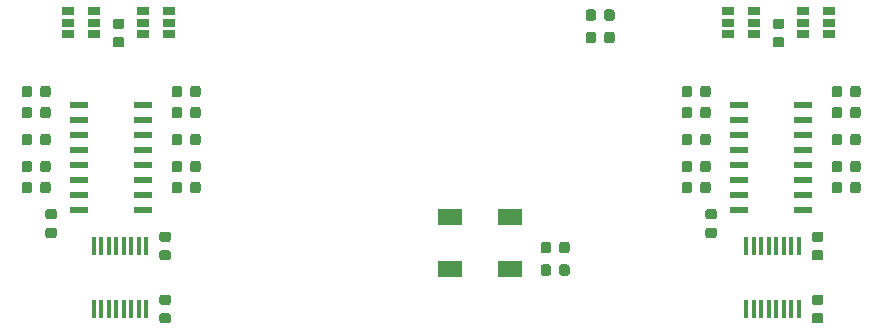
<source format=gbr>
G04 #@! TF.GenerationSoftware,KiCad,Pcbnew,5.0.2-bee76a0~70~ubuntu18.04.1*
G04 #@! TF.CreationDate,2019-06-19T23:09:45-07:00*
G04 #@! TF.ProjectId,aa-panel-receiver-lvds,61612d70-616e-4656-9c2d-726563656976,rev?*
G04 #@! TF.SameCoordinates,Original*
G04 #@! TF.FileFunction,Paste,Top*
G04 #@! TF.FilePolarity,Positive*
%FSLAX46Y46*%
G04 Gerber Fmt 4.6, Leading zero omitted, Abs format (unit mm)*
G04 Created by KiCad (PCBNEW 5.0.2-bee76a0~70~ubuntu18.04.1) date Wed 19 Jun 2019 11:09:45 PM PDT*
%MOMM*%
%LPD*%
G01*
G04 APERTURE LIST*
%ADD10C,0.100000*%
%ADD11C,0.875000*%
%ADD12R,2.100000X1.400000*%
%ADD13R,1.060000X0.650000*%
%ADD14R,1.500000X0.600000*%
%ADD15R,0.410000X1.600000*%
G04 APERTURE END LIST*
D10*
G04 #@! TO.C,C321*
G36*
X157745691Y-80552053D02*
X157766926Y-80555203D01*
X157787750Y-80560419D01*
X157807962Y-80567651D01*
X157827368Y-80576830D01*
X157845781Y-80587866D01*
X157863024Y-80600654D01*
X157878930Y-80615070D01*
X157893346Y-80630976D01*
X157906134Y-80648219D01*
X157917170Y-80666632D01*
X157926349Y-80686038D01*
X157933581Y-80706250D01*
X157938797Y-80727074D01*
X157941947Y-80748309D01*
X157943000Y-80769750D01*
X157943000Y-81282250D01*
X157941947Y-81303691D01*
X157938797Y-81324926D01*
X157933581Y-81345750D01*
X157926349Y-81365962D01*
X157917170Y-81385368D01*
X157906134Y-81403781D01*
X157893346Y-81421024D01*
X157878930Y-81436930D01*
X157863024Y-81451346D01*
X157845781Y-81464134D01*
X157827368Y-81475170D01*
X157807962Y-81484349D01*
X157787750Y-81491581D01*
X157766926Y-81496797D01*
X157745691Y-81499947D01*
X157724250Y-81501000D01*
X157286750Y-81501000D01*
X157265309Y-81499947D01*
X157244074Y-81496797D01*
X157223250Y-81491581D01*
X157203038Y-81484349D01*
X157183632Y-81475170D01*
X157165219Y-81464134D01*
X157147976Y-81451346D01*
X157132070Y-81436930D01*
X157117654Y-81421024D01*
X157104866Y-81403781D01*
X157093830Y-81385368D01*
X157084651Y-81365962D01*
X157077419Y-81345750D01*
X157072203Y-81324926D01*
X157069053Y-81303691D01*
X157068000Y-81282250D01*
X157068000Y-80769750D01*
X157069053Y-80748309D01*
X157072203Y-80727074D01*
X157077419Y-80706250D01*
X157084651Y-80686038D01*
X157093830Y-80666632D01*
X157104866Y-80648219D01*
X157117654Y-80630976D01*
X157132070Y-80615070D01*
X157147976Y-80600654D01*
X157165219Y-80587866D01*
X157183632Y-80576830D01*
X157203038Y-80567651D01*
X157223250Y-80560419D01*
X157244074Y-80555203D01*
X157265309Y-80552053D01*
X157286750Y-80551000D01*
X157724250Y-80551000D01*
X157745691Y-80552053D01*
X157745691Y-80552053D01*
G37*
D11*
X157505500Y-81026000D03*
D10*
G36*
X156170691Y-80552053D02*
X156191926Y-80555203D01*
X156212750Y-80560419D01*
X156232962Y-80567651D01*
X156252368Y-80576830D01*
X156270781Y-80587866D01*
X156288024Y-80600654D01*
X156303930Y-80615070D01*
X156318346Y-80630976D01*
X156331134Y-80648219D01*
X156342170Y-80666632D01*
X156351349Y-80686038D01*
X156358581Y-80706250D01*
X156363797Y-80727074D01*
X156366947Y-80748309D01*
X156368000Y-80769750D01*
X156368000Y-81282250D01*
X156366947Y-81303691D01*
X156363797Y-81324926D01*
X156358581Y-81345750D01*
X156351349Y-81365962D01*
X156342170Y-81385368D01*
X156331134Y-81403781D01*
X156318346Y-81421024D01*
X156303930Y-81436930D01*
X156288024Y-81451346D01*
X156270781Y-81464134D01*
X156252368Y-81475170D01*
X156232962Y-81484349D01*
X156212750Y-81491581D01*
X156191926Y-81496797D01*
X156170691Y-81499947D01*
X156149250Y-81501000D01*
X155711750Y-81501000D01*
X155690309Y-81499947D01*
X155669074Y-81496797D01*
X155648250Y-81491581D01*
X155628038Y-81484349D01*
X155608632Y-81475170D01*
X155590219Y-81464134D01*
X155572976Y-81451346D01*
X155557070Y-81436930D01*
X155542654Y-81421024D01*
X155529866Y-81403781D01*
X155518830Y-81385368D01*
X155509651Y-81365962D01*
X155502419Y-81345750D01*
X155497203Y-81324926D01*
X155494053Y-81303691D01*
X155493000Y-81282250D01*
X155493000Y-80769750D01*
X155494053Y-80748309D01*
X155497203Y-80727074D01*
X155502419Y-80706250D01*
X155509651Y-80686038D01*
X155518830Y-80666632D01*
X155529866Y-80648219D01*
X155542654Y-80630976D01*
X155557070Y-80615070D01*
X155572976Y-80600654D01*
X155590219Y-80587866D01*
X155608632Y-80576830D01*
X155628038Y-80567651D01*
X155648250Y-80560419D01*
X155669074Y-80555203D01*
X155690309Y-80552053D01*
X155711750Y-80551000D01*
X156149250Y-80551000D01*
X156170691Y-80552053D01*
X156170691Y-80552053D01*
G37*
D11*
X155930500Y-81026000D03*
G04 #@! TD*
D10*
G04 #@! TO.C,C311*
G36*
X170445691Y-80552053D02*
X170466926Y-80555203D01*
X170487750Y-80560419D01*
X170507962Y-80567651D01*
X170527368Y-80576830D01*
X170545781Y-80587866D01*
X170563024Y-80600654D01*
X170578930Y-80615070D01*
X170593346Y-80630976D01*
X170606134Y-80648219D01*
X170617170Y-80666632D01*
X170626349Y-80686038D01*
X170633581Y-80706250D01*
X170638797Y-80727074D01*
X170641947Y-80748309D01*
X170643000Y-80769750D01*
X170643000Y-81282250D01*
X170641947Y-81303691D01*
X170638797Y-81324926D01*
X170633581Y-81345750D01*
X170626349Y-81365962D01*
X170617170Y-81385368D01*
X170606134Y-81403781D01*
X170593346Y-81421024D01*
X170578930Y-81436930D01*
X170563024Y-81451346D01*
X170545781Y-81464134D01*
X170527368Y-81475170D01*
X170507962Y-81484349D01*
X170487750Y-81491581D01*
X170466926Y-81496797D01*
X170445691Y-81499947D01*
X170424250Y-81501000D01*
X169986750Y-81501000D01*
X169965309Y-81499947D01*
X169944074Y-81496797D01*
X169923250Y-81491581D01*
X169903038Y-81484349D01*
X169883632Y-81475170D01*
X169865219Y-81464134D01*
X169847976Y-81451346D01*
X169832070Y-81436930D01*
X169817654Y-81421024D01*
X169804866Y-81403781D01*
X169793830Y-81385368D01*
X169784651Y-81365962D01*
X169777419Y-81345750D01*
X169772203Y-81324926D01*
X169769053Y-81303691D01*
X169768000Y-81282250D01*
X169768000Y-80769750D01*
X169769053Y-80748309D01*
X169772203Y-80727074D01*
X169777419Y-80706250D01*
X169784651Y-80686038D01*
X169793830Y-80666632D01*
X169804866Y-80648219D01*
X169817654Y-80630976D01*
X169832070Y-80615070D01*
X169847976Y-80600654D01*
X169865219Y-80587866D01*
X169883632Y-80576830D01*
X169903038Y-80567651D01*
X169923250Y-80560419D01*
X169944074Y-80555203D01*
X169965309Y-80552053D01*
X169986750Y-80551000D01*
X170424250Y-80551000D01*
X170445691Y-80552053D01*
X170445691Y-80552053D01*
G37*
D11*
X170205500Y-81026000D03*
D10*
G36*
X168870691Y-80552053D02*
X168891926Y-80555203D01*
X168912750Y-80560419D01*
X168932962Y-80567651D01*
X168952368Y-80576830D01*
X168970781Y-80587866D01*
X168988024Y-80600654D01*
X169003930Y-80615070D01*
X169018346Y-80630976D01*
X169031134Y-80648219D01*
X169042170Y-80666632D01*
X169051349Y-80686038D01*
X169058581Y-80706250D01*
X169063797Y-80727074D01*
X169066947Y-80748309D01*
X169068000Y-80769750D01*
X169068000Y-81282250D01*
X169066947Y-81303691D01*
X169063797Y-81324926D01*
X169058581Y-81345750D01*
X169051349Y-81365962D01*
X169042170Y-81385368D01*
X169031134Y-81403781D01*
X169018346Y-81421024D01*
X169003930Y-81436930D01*
X168988024Y-81451346D01*
X168970781Y-81464134D01*
X168952368Y-81475170D01*
X168932962Y-81484349D01*
X168912750Y-81491581D01*
X168891926Y-81496797D01*
X168870691Y-81499947D01*
X168849250Y-81501000D01*
X168411750Y-81501000D01*
X168390309Y-81499947D01*
X168369074Y-81496797D01*
X168348250Y-81491581D01*
X168328038Y-81484349D01*
X168308632Y-81475170D01*
X168290219Y-81464134D01*
X168272976Y-81451346D01*
X168257070Y-81436930D01*
X168242654Y-81421024D01*
X168229866Y-81403781D01*
X168218830Y-81385368D01*
X168209651Y-81365962D01*
X168202419Y-81345750D01*
X168197203Y-81324926D01*
X168194053Y-81303691D01*
X168193000Y-81282250D01*
X168193000Y-80769750D01*
X168194053Y-80748309D01*
X168197203Y-80727074D01*
X168202419Y-80706250D01*
X168209651Y-80686038D01*
X168218830Y-80666632D01*
X168229866Y-80648219D01*
X168242654Y-80630976D01*
X168257070Y-80615070D01*
X168272976Y-80600654D01*
X168290219Y-80587866D01*
X168308632Y-80576830D01*
X168328038Y-80567651D01*
X168348250Y-80560419D01*
X168369074Y-80555203D01*
X168390309Y-80552053D01*
X168411750Y-80551000D01*
X168849250Y-80551000D01*
X168870691Y-80552053D01*
X168870691Y-80552053D01*
G37*
D11*
X168630500Y-81026000D03*
G04 #@! TD*
D10*
G04 #@! TO.C,C201*
G36*
X108100691Y-72360053D02*
X108121926Y-72363203D01*
X108142750Y-72368419D01*
X108162962Y-72375651D01*
X108182368Y-72384830D01*
X108200781Y-72395866D01*
X108218024Y-72408654D01*
X108233930Y-72423070D01*
X108248346Y-72438976D01*
X108261134Y-72456219D01*
X108272170Y-72474632D01*
X108281349Y-72494038D01*
X108288581Y-72514250D01*
X108293797Y-72535074D01*
X108296947Y-72556309D01*
X108298000Y-72577750D01*
X108298000Y-73015250D01*
X108296947Y-73036691D01*
X108293797Y-73057926D01*
X108288581Y-73078750D01*
X108281349Y-73098962D01*
X108272170Y-73118368D01*
X108261134Y-73136781D01*
X108248346Y-73154024D01*
X108233930Y-73169930D01*
X108218024Y-73184346D01*
X108200781Y-73197134D01*
X108182368Y-73208170D01*
X108162962Y-73217349D01*
X108142750Y-73224581D01*
X108121926Y-73229797D01*
X108100691Y-73232947D01*
X108079250Y-73234000D01*
X107566750Y-73234000D01*
X107545309Y-73232947D01*
X107524074Y-73229797D01*
X107503250Y-73224581D01*
X107483038Y-73217349D01*
X107463632Y-73208170D01*
X107445219Y-73197134D01*
X107427976Y-73184346D01*
X107412070Y-73169930D01*
X107397654Y-73154024D01*
X107384866Y-73136781D01*
X107373830Y-73118368D01*
X107364651Y-73098962D01*
X107357419Y-73078750D01*
X107352203Y-73057926D01*
X107349053Y-73036691D01*
X107348000Y-73015250D01*
X107348000Y-72577750D01*
X107349053Y-72556309D01*
X107352203Y-72535074D01*
X107357419Y-72514250D01*
X107364651Y-72494038D01*
X107373830Y-72474632D01*
X107384866Y-72456219D01*
X107397654Y-72438976D01*
X107412070Y-72423070D01*
X107427976Y-72408654D01*
X107445219Y-72395866D01*
X107463632Y-72384830D01*
X107483038Y-72375651D01*
X107503250Y-72368419D01*
X107524074Y-72363203D01*
X107545309Y-72360053D01*
X107566750Y-72359000D01*
X108079250Y-72359000D01*
X108100691Y-72360053D01*
X108100691Y-72360053D01*
G37*
D11*
X107823000Y-72796500D03*
D10*
G36*
X108100691Y-70785053D02*
X108121926Y-70788203D01*
X108142750Y-70793419D01*
X108162962Y-70800651D01*
X108182368Y-70809830D01*
X108200781Y-70820866D01*
X108218024Y-70833654D01*
X108233930Y-70848070D01*
X108248346Y-70863976D01*
X108261134Y-70881219D01*
X108272170Y-70899632D01*
X108281349Y-70919038D01*
X108288581Y-70939250D01*
X108293797Y-70960074D01*
X108296947Y-70981309D01*
X108298000Y-71002750D01*
X108298000Y-71440250D01*
X108296947Y-71461691D01*
X108293797Y-71482926D01*
X108288581Y-71503750D01*
X108281349Y-71523962D01*
X108272170Y-71543368D01*
X108261134Y-71561781D01*
X108248346Y-71579024D01*
X108233930Y-71594930D01*
X108218024Y-71609346D01*
X108200781Y-71622134D01*
X108182368Y-71633170D01*
X108162962Y-71642349D01*
X108142750Y-71649581D01*
X108121926Y-71654797D01*
X108100691Y-71657947D01*
X108079250Y-71659000D01*
X107566750Y-71659000D01*
X107545309Y-71657947D01*
X107524074Y-71654797D01*
X107503250Y-71649581D01*
X107483038Y-71642349D01*
X107463632Y-71633170D01*
X107445219Y-71622134D01*
X107427976Y-71609346D01*
X107412070Y-71594930D01*
X107397654Y-71579024D01*
X107384866Y-71561781D01*
X107373830Y-71543368D01*
X107364651Y-71523962D01*
X107357419Y-71503750D01*
X107352203Y-71482926D01*
X107349053Y-71461691D01*
X107348000Y-71440250D01*
X107348000Y-71002750D01*
X107349053Y-70981309D01*
X107352203Y-70960074D01*
X107357419Y-70939250D01*
X107364651Y-70919038D01*
X107373830Y-70899632D01*
X107384866Y-70881219D01*
X107397654Y-70863976D01*
X107412070Y-70848070D01*
X107427976Y-70833654D01*
X107445219Y-70820866D01*
X107463632Y-70809830D01*
X107483038Y-70800651D01*
X107503250Y-70793419D01*
X107524074Y-70788203D01*
X107545309Y-70785053D01*
X107566750Y-70784000D01*
X108079250Y-70784000D01*
X108100691Y-70785053D01*
X108100691Y-70785053D01*
G37*
D11*
X107823000Y-71221500D03*
G04 #@! TD*
D10*
G04 #@! TO.C,C202*
G36*
X102385691Y-86914053D02*
X102406926Y-86917203D01*
X102427750Y-86922419D01*
X102447962Y-86929651D01*
X102467368Y-86938830D01*
X102485781Y-86949866D01*
X102503024Y-86962654D01*
X102518930Y-86977070D01*
X102533346Y-86992976D01*
X102546134Y-87010219D01*
X102557170Y-87028632D01*
X102566349Y-87048038D01*
X102573581Y-87068250D01*
X102578797Y-87089074D01*
X102581947Y-87110309D01*
X102583000Y-87131750D01*
X102583000Y-87569250D01*
X102581947Y-87590691D01*
X102578797Y-87611926D01*
X102573581Y-87632750D01*
X102566349Y-87652962D01*
X102557170Y-87672368D01*
X102546134Y-87690781D01*
X102533346Y-87708024D01*
X102518930Y-87723930D01*
X102503024Y-87738346D01*
X102485781Y-87751134D01*
X102467368Y-87762170D01*
X102447962Y-87771349D01*
X102427750Y-87778581D01*
X102406926Y-87783797D01*
X102385691Y-87786947D01*
X102364250Y-87788000D01*
X101851750Y-87788000D01*
X101830309Y-87786947D01*
X101809074Y-87783797D01*
X101788250Y-87778581D01*
X101768038Y-87771349D01*
X101748632Y-87762170D01*
X101730219Y-87751134D01*
X101712976Y-87738346D01*
X101697070Y-87723930D01*
X101682654Y-87708024D01*
X101669866Y-87690781D01*
X101658830Y-87672368D01*
X101649651Y-87652962D01*
X101642419Y-87632750D01*
X101637203Y-87611926D01*
X101634053Y-87590691D01*
X101633000Y-87569250D01*
X101633000Y-87131750D01*
X101634053Y-87110309D01*
X101637203Y-87089074D01*
X101642419Y-87068250D01*
X101649651Y-87048038D01*
X101658830Y-87028632D01*
X101669866Y-87010219D01*
X101682654Y-86992976D01*
X101697070Y-86977070D01*
X101712976Y-86962654D01*
X101730219Y-86949866D01*
X101748632Y-86938830D01*
X101768038Y-86929651D01*
X101788250Y-86922419D01*
X101809074Y-86917203D01*
X101830309Y-86914053D01*
X101851750Y-86913000D01*
X102364250Y-86913000D01*
X102385691Y-86914053D01*
X102385691Y-86914053D01*
G37*
D11*
X102108000Y-87350500D03*
D10*
G36*
X102385691Y-88489053D02*
X102406926Y-88492203D01*
X102427750Y-88497419D01*
X102447962Y-88504651D01*
X102467368Y-88513830D01*
X102485781Y-88524866D01*
X102503024Y-88537654D01*
X102518930Y-88552070D01*
X102533346Y-88567976D01*
X102546134Y-88585219D01*
X102557170Y-88603632D01*
X102566349Y-88623038D01*
X102573581Y-88643250D01*
X102578797Y-88664074D01*
X102581947Y-88685309D01*
X102583000Y-88706750D01*
X102583000Y-89144250D01*
X102581947Y-89165691D01*
X102578797Y-89186926D01*
X102573581Y-89207750D01*
X102566349Y-89227962D01*
X102557170Y-89247368D01*
X102546134Y-89265781D01*
X102533346Y-89283024D01*
X102518930Y-89298930D01*
X102503024Y-89313346D01*
X102485781Y-89326134D01*
X102467368Y-89337170D01*
X102447962Y-89346349D01*
X102427750Y-89353581D01*
X102406926Y-89358797D01*
X102385691Y-89361947D01*
X102364250Y-89363000D01*
X101851750Y-89363000D01*
X101830309Y-89361947D01*
X101809074Y-89358797D01*
X101788250Y-89353581D01*
X101768038Y-89346349D01*
X101748632Y-89337170D01*
X101730219Y-89326134D01*
X101712976Y-89313346D01*
X101697070Y-89298930D01*
X101682654Y-89283024D01*
X101669866Y-89265781D01*
X101658830Y-89247368D01*
X101649651Y-89227962D01*
X101642419Y-89207750D01*
X101637203Y-89186926D01*
X101634053Y-89165691D01*
X101633000Y-89144250D01*
X101633000Y-88706750D01*
X101634053Y-88685309D01*
X101637203Y-88664074D01*
X101642419Y-88643250D01*
X101649651Y-88623038D01*
X101658830Y-88603632D01*
X101669866Y-88585219D01*
X101682654Y-88567976D01*
X101697070Y-88552070D01*
X101712976Y-88537654D01*
X101730219Y-88524866D01*
X101748632Y-88513830D01*
X101768038Y-88504651D01*
X101788250Y-88497419D01*
X101809074Y-88492203D01*
X101830309Y-88489053D01*
X101851750Y-88488000D01*
X102364250Y-88488000D01*
X102385691Y-88489053D01*
X102385691Y-88489053D01*
G37*
D11*
X102108000Y-88925500D03*
G04 #@! TD*
D10*
G04 #@! TO.C,C304*
G36*
X167282691Y-95728053D02*
X167303926Y-95731203D01*
X167324750Y-95736419D01*
X167344962Y-95743651D01*
X167364368Y-95752830D01*
X167382781Y-95763866D01*
X167400024Y-95776654D01*
X167415930Y-95791070D01*
X167430346Y-95806976D01*
X167443134Y-95824219D01*
X167454170Y-95842632D01*
X167463349Y-95862038D01*
X167470581Y-95882250D01*
X167475797Y-95903074D01*
X167478947Y-95924309D01*
X167480000Y-95945750D01*
X167480000Y-96383250D01*
X167478947Y-96404691D01*
X167475797Y-96425926D01*
X167470581Y-96446750D01*
X167463349Y-96466962D01*
X167454170Y-96486368D01*
X167443134Y-96504781D01*
X167430346Y-96522024D01*
X167415930Y-96537930D01*
X167400024Y-96552346D01*
X167382781Y-96565134D01*
X167364368Y-96576170D01*
X167344962Y-96585349D01*
X167324750Y-96592581D01*
X167303926Y-96597797D01*
X167282691Y-96600947D01*
X167261250Y-96602000D01*
X166748750Y-96602000D01*
X166727309Y-96600947D01*
X166706074Y-96597797D01*
X166685250Y-96592581D01*
X166665038Y-96585349D01*
X166645632Y-96576170D01*
X166627219Y-96565134D01*
X166609976Y-96552346D01*
X166594070Y-96537930D01*
X166579654Y-96522024D01*
X166566866Y-96504781D01*
X166555830Y-96486368D01*
X166546651Y-96466962D01*
X166539419Y-96446750D01*
X166534203Y-96425926D01*
X166531053Y-96404691D01*
X166530000Y-96383250D01*
X166530000Y-95945750D01*
X166531053Y-95924309D01*
X166534203Y-95903074D01*
X166539419Y-95882250D01*
X166546651Y-95862038D01*
X166555830Y-95842632D01*
X166566866Y-95824219D01*
X166579654Y-95806976D01*
X166594070Y-95791070D01*
X166609976Y-95776654D01*
X166627219Y-95763866D01*
X166645632Y-95752830D01*
X166665038Y-95743651D01*
X166685250Y-95736419D01*
X166706074Y-95731203D01*
X166727309Y-95728053D01*
X166748750Y-95727000D01*
X167261250Y-95727000D01*
X167282691Y-95728053D01*
X167282691Y-95728053D01*
G37*
D11*
X167005000Y-96164500D03*
D10*
G36*
X167282691Y-94153053D02*
X167303926Y-94156203D01*
X167324750Y-94161419D01*
X167344962Y-94168651D01*
X167364368Y-94177830D01*
X167382781Y-94188866D01*
X167400024Y-94201654D01*
X167415930Y-94216070D01*
X167430346Y-94231976D01*
X167443134Y-94249219D01*
X167454170Y-94267632D01*
X167463349Y-94287038D01*
X167470581Y-94307250D01*
X167475797Y-94328074D01*
X167478947Y-94349309D01*
X167480000Y-94370750D01*
X167480000Y-94808250D01*
X167478947Y-94829691D01*
X167475797Y-94850926D01*
X167470581Y-94871750D01*
X167463349Y-94891962D01*
X167454170Y-94911368D01*
X167443134Y-94929781D01*
X167430346Y-94947024D01*
X167415930Y-94962930D01*
X167400024Y-94977346D01*
X167382781Y-94990134D01*
X167364368Y-95001170D01*
X167344962Y-95010349D01*
X167324750Y-95017581D01*
X167303926Y-95022797D01*
X167282691Y-95025947D01*
X167261250Y-95027000D01*
X166748750Y-95027000D01*
X166727309Y-95025947D01*
X166706074Y-95022797D01*
X166685250Y-95017581D01*
X166665038Y-95010349D01*
X166645632Y-95001170D01*
X166627219Y-94990134D01*
X166609976Y-94977346D01*
X166594070Y-94962930D01*
X166579654Y-94947024D01*
X166566866Y-94929781D01*
X166555830Y-94911368D01*
X166546651Y-94891962D01*
X166539419Y-94871750D01*
X166534203Y-94850926D01*
X166531053Y-94829691D01*
X166530000Y-94808250D01*
X166530000Y-94370750D01*
X166531053Y-94349309D01*
X166534203Y-94328074D01*
X166539419Y-94307250D01*
X166546651Y-94287038D01*
X166555830Y-94267632D01*
X166566866Y-94249219D01*
X166579654Y-94231976D01*
X166594070Y-94216070D01*
X166609976Y-94201654D01*
X166627219Y-94188866D01*
X166645632Y-94177830D01*
X166665038Y-94168651D01*
X166685250Y-94161419D01*
X166706074Y-94156203D01*
X166727309Y-94153053D01*
X166748750Y-94152000D01*
X167261250Y-94152000D01*
X167282691Y-94153053D01*
X167282691Y-94153053D01*
G37*
D11*
X167005000Y-94589500D03*
G04 #@! TD*
D10*
G04 #@! TO.C,C203*
G36*
X112037691Y-90394053D02*
X112058926Y-90397203D01*
X112079750Y-90402419D01*
X112099962Y-90409651D01*
X112119368Y-90418830D01*
X112137781Y-90429866D01*
X112155024Y-90442654D01*
X112170930Y-90457070D01*
X112185346Y-90472976D01*
X112198134Y-90490219D01*
X112209170Y-90508632D01*
X112218349Y-90528038D01*
X112225581Y-90548250D01*
X112230797Y-90569074D01*
X112233947Y-90590309D01*
X112235000Y-90611750D01*
X112235000Y-91049250D01*
X112233947Y-91070691D01*
X112230797Y-91091926D01*
X112225581Y-91112750D01*
X112218349Y-91132962D01*
X112209170Y-91152368D01*
X112198134Y-91170781D01*
X112185346Y-91188024D01*
X112170930Y-91203930D01*
X112155024Y-91218346D01*
X112137781Y-91231134D01*
X112119368Y-91242170D01*
X112099962Y-91251349D01*
X112079750Y-91258581D01*
X112058926Y-91263797D01*
X112037691Y-91266947D01*
X112016250Y-91268000D01*
X111503750Y-91268000D01*
X111482309Y-91266947D01*
X111461074Y-91263797D01*
X111440250Y-91258581D01*
X111420038Y-91251349D01*
X111400632Y-91242170D01*
X111382219Y-91231134D01*
X111364976Y-91218346D01*
X111349070Y-91203930D01*
X111334654Y-91188024D01*
X111321866Y-91170781D01*
X111310830Y-91152368D01*
X111301651Y-91132962D01*
X111294419Y-91112750D01*
X111289203Y-91091926D01*
X111286053Y-91070691D01*
X111285000Y-91049250D01*
X111285000Y-90611750D01*
X111286053Y-90590309D01*
X111289203Y-90569074D01*
X111294419Y-90548250D01*
X111301651Y-90528038D01*
X111310830Y-90508632D01*
X111321866Y-90490219D01*
X111334654Y-90472976D01*
X111349070Y-90457070D01*
X111364976Y-90442654D01*
X111382219Y-90429866D01*
X111400632Y-90418830D01*
X111420038Y-90409651D01*
X111440250Y-90402419D01*
X111461074Y-90397203D01*
X111482309Y-90394053D01*
X111503750Y-90393000D01*
X112016250Y-90393000D01*
X112037691Y-90394053D01*
X112037691Y-90394053D01*
G37*
D11*
X111760000Y-90830500D03*
D10*
G36*
X112037691Y-88819053D02*
X112058926Y-88822203D01*
X112079750Y-88827419D01*
X112099962Y-88834651D01*
X112119368Y-88843830D01*
X112137781Y-88854866D01*
X112155024Y-88867654D01*
X112170930Y-88882070D01*
X112185346Y-88897976D01*
X112198134Y-88915219D01*
X112209170Y-88933632D01*
X112218349Y-88953038D01*
X112225581Y-88973250D01*
X112230797Y-88994074D01*
X112233947Y-89015309D01*
X112235000Y-89036750D01*
X112235000Y-89474250D01*
X112233947Y-89495691D01*
X112230797Y-89516926D01*
X112225581Y-89537750D01*
X112218349Y-89557962D01*
X112209170Y-89577368D01*
X112198134Y-89595781D01*
X112185346Y-89613024D01*
X112170930Y-89628930D01*
X112155024Y-89643346D01*
X112137781Y-89656134D01*
X112119368Y-89667170D01*
X112099962Y-89676349D01*
X112079750Y-89683581D01*
X112058926Y-89688797D01*
X112037691Y-89691947D01*
X112016250Y-89693000D01*
X111503750Y-89693000D01*
X111482309Y-89691947D01*
X111461074Y-89688797D01*
X111440250Y-89683581D01*
X111420038Y-89676349D01*
X111400632Y-89667170D01*
X111382219Y-89656134D01*
X111364976Y-89643346D01*
X111349070Y-89628930D01*
X111334654Y-89613024D01*
X111321866Y-89595781D01*
X111310830Y-89577368D01*
X111301651Y-89557962D01*
X111294419Y-89537750D01*
X111289203Y-89516926D01*
X111286053Y-89495691D01*
X111285000Y-89474250D01*
X111285000Y-89036750D01*
X111286053Y-89015309D01*
X111289203Y-88994074D01*
X111294419Y-88973250D01*
X111301651Y-88953038D01*
X111310830Y-88933632D01*
X111321866Y-88915219D01*
X111334654Y-88897976D01*
X111349070Y-88882070D01*
X111364976Y-88867654D01*
X111382219Y-88854866D01*
X111400632Y-88843830D01*
X111420038Y-88834651D01*
X111440250Y-88827419D01*
X111461074Y-88822203D01*
X111482309Y-88819053D01*
X111503750Y-88818000D01*
X112016250Y-88818000D01*
X112037691Y-88819053D01*
X112037691Y-88819053D01*
G37*
D11*
X111760000Y-89255500D03*
G04 #@! TD*
D10*
G04 #@! TO.C,C204*
G36*
X112037691Y-95728053D02*
X112058926Y-95731203D01*
X112079750Y-95736419D01*
X112099962Y-95743651D01*
X112119368Y-95752830D01*
X112137781Y-95763866D01*
X112155024Y-95776654D01*
X112170930Y-95791070D01*
X112185346Y-95806976D01*
X112198134Y-95824219D01*
X112209170Y-95842632D01*
X112218349Y-95862038D01*
X112225581Y-95882250D01*
X112230797Y-95903074D01*
X112233947Y-95924309D01*
X112235000Y-95945750D01*
X112235000Y-96383250D01*
X112233947Y-96404691D01*
X112230797Y-96425926D01*
X112225581Y-96446750D01*
X112218349Y-96466962D01*
X112209170Y-96486368D01*
X112198134Y-96504781D01*
X112185346Y-96522024D01*
X112170930Y-96537930D01*
X112155024Y-96552346D01*
X112137781Y-96565134D01*
X112119368Y-96576170D01*
X112099962Y-96585349D01*
X112079750Y-96592581D01*
X112058926Y-96597797D01*
X112037691Y-96600947D01*
X112016250Y-96602000D01*
X111503750Y-96602000D01*
X111482309Y-96600947D01*
X111461074Y-96597797D01*
X111440250Y-96592581D01*
X111420038Y-96585349D01*
X111400632Y-96576170D01*
X111382219Y-96565134D01*
X111364976Y-96552346D01*
X111349070Y-96537930D01*
X111334654Y-96522024D01*
X111321866Y-96504781D01*
X111310830Y-96486368D01*
X111301651Y-96466962D01*
X111294419Y-96446750D01*
X111289203Y-96425926D01*
X111286053Y-96404691D01*
X111285000Y-96383250D01*
X111285000Y-95945750D01*
X111286053Y-95924309D01*
X111289203Y-95903074D01*
X111294419Y-95882250D01*
X111301651Y-95862038D01*
X111310830Y-95842632D01*
X111321866Y-95824219D01*
X111334654Y-95806976D01*
X111349070Y-95791070D01*
X111364976Y-95776654D01*
X111382219Y-95763866D01*
X111400632Y-95752830D01*
X111420038Y-95743651D01*
X111440250Y-95736419D01*
X111461074Y-95731203D01*
X111482309Y-95728053D01*
X111503750Y-95727000D01*
X112016250Y-95727000D01*
X112037691Y-95728053D01*
X112037691Y-95728053D01*
G37*
D11*
X111760000Y-96164500D03*
D10*
G36*
X112037691Y-94153053D02*
X112058926Y-94156203D01*
X112079750Y-94161419D01*
X112099962Y-94168651D01*
X112119368Y-94177830D01*
X112137781Y-94188866D01*
X112155024Y-94201654D01*
X112170930Y-94216070D01*
X112185346Y-94231976D01*
X112198134Y-94249219D01*
X112209170Y-94267632D01*
X112218349Y-94287038D01*
X112225581Y-94307250D01*
X112230797Y-94328074D01*
X112233947Y-94349309D01*
X112235000Y-94370750D01*
X112235000Y-94808250D01*
X112233947Y-94829691D01*
X112230797Y-94850926D01*
X112225581Y-94871750D01*
X112218349Y-94891962D01*
X112209170Y-94911368D01*
X112198134Y-94929781D01*
X112185346Y-94947024D01*
X112170930Y-94962930D01*
X112155024Y-94977346D01*
X112137781Y-94990134D01*
X112119368Y-95001170D01*
X112099962Y-95010349D01*
X112079750Y-95017581D01*
X112058926Y-95022797D01*
X112037691Y-95025947D01*
X112016250Y-95027000D01*
X111503750Y-95027000D01*
X111482309Y-95025947D01*
X111461074Y-95022797D01*
X111440250Y-95017581D01*
X111420038Y-95010349D01*
X111400632Y-95001170D01*
X111382219Y-94990134D01*
X111364976Y-94977346D01*
X111349070Y-94962930D01*
X111334654Y-94947024D01*
X111321866Y-94929781D01*
X111310830Y-94911368D01*
X111301651Y-94891962D01*
X111294419Y-94871750D01*
X111289203Y-94850926D01*
X111286053Y-94829691D01*
X111285000Y-94808250D01*
X111285000Y-94370750D01*
X111286053Y-94349309D01*
X111289203Y-94328074D01*
X111294419Y-94307250D01*
X111301651Y-94287038D01*
X111310830Y-94267632D01*
X111321866Y-94249219D01*
X111334654Y-94231976D01*
X111349070Y-94216070D01*
X111364976Y-94201654D01*
X111382219Y-94188866D01*
X111400632Y-94177830D01*
X111420038Y-94168651D01*
X111440250Y-94161419D01*
X111461074Y-94156203D01*
X111482309Y-94153053D01*
X111503750Y-94152000D01*
X112016250Y-94152000D01*
X112037691Y-94153053D01*
X112037691Y-94153053D01*
G37*
D11*
X111760000Y-94589500D03*
G04 #@! TD*
D10*
G04 #@! TO.C,C211*
G36*
X114565691Y-80552053D02*
X114586926Y-80555203D01*
X114607750Y-80560419D01*
X114627962Y-80567651D01*
X114647368Y-80576830D01*
X114665781Y-80587866D01*
X114683024Y-80600654D01*
X114698930Y-80615070D01*
X114713346Y-80630976D01*
X114726134Y-80648219D01*
X114737170Y-80666632D01*
X114746349Y-80686038D01*
X114753581Y-80706250D01*
X114758797Y-80727074D01*
X114761947Y-80748309D01*
X114763000Y-80769750D01*
X114763000Y-81282250D01*
X114761947Y-81303691D01*
X114758797Y-81324926D01*
X114753581Y-81345750D01*
X114746349Y-81365962D01*
X114737170Y-81385368D01*
X114726134Y-81403781D01*
X114713346Y-81421024D01*
X114698930Y-81436930D01*
X114683024Y-81451346D01*
X114665781Y-81464134D01*
X114647368Y-81475170D01*
X114627962Y-81484349D01*
X114607750Y-81491581D01*
X114586926Y-81496797D01*
X114565691Y-81499947D01*
X114544250Y-81501000D01*
X114106750Y-81501000D01*
X114085309Y-81499947D01*
X114064074Y-81496797D01*
X114043250Y-81491581D01*
X114023038Y-81484349D01*
X114003632Y-81475170D01*
X113985219Y-81464134D01*
X113967976Y-81451346D01*
X113952070Y-81436930D01*
X113937654Y-81421024D01*
X113924866Y-81403781D01*
X113913830Y-81385368D01*
X113904651Y-81365962D01*
X113897419Y-81345750D01*
X113892203Y-81324926D01*
X113889053Y-81303691D01*
X113888000Y-81282250D01*
X113888000Y-80769750D01*
X113889053Y-80748309D01*
X113892203Y-80727074D01*
X113897419Y-80706250D01*
X113904651Y-80686038D01*
X113913830Y-80666632D01*
X113924866Y-80648219D01*
X113937654Y-80630976D01*
X113952070Y-80615070D01*
X113967976Y-80600654D01*
X113985219Y-80587866D01*
X114003632Y-80576830D01*
X114023038Y-80567651D01*
X114043250Y-80560419D01*
X114064074Y-80555203D01*
X114085309Y-80552053D01*
X114106750Y-80551000D01*
X114544250Y-80551000D01*
X114565691Y-80552053D01*
X114565691Y-80552053D01*
G37*
D11*
X114325500Y-81026000D03*
D10*
G36*
X112990691Y-80552053D02*
X113011926Y-80555203D01*
X113032750Y-80560419D01*
X113052962Y-80567651D01*
X113072368Y-80576830D01*
X113090781Y-80587866D01*
X113108024Y-80600654D01*
X113123930Y-80615070D01*
X113138346Y-80630976D01*
X113151134Y-80648219D01*
X113162170Y-80666632D01*
X113171349Y-80686038D01*
X113178581Y-80706250D01*
X113183797Y-80727074D01*
X113186947Y-80748309D01*
X113188000Y-80769750D01*
X113188000Y-81282250D01*
X113186947Y-81303691D01*
X113183797Y-81324926D01*
X113178581Y-81345750D01*
X113171349Y-81365962D01*
X113162170Y-81385368D01*
X113151134Y-81403781D01*
X113138346Y-81421024D01*
X113123930Y-81436930D01*
X113108024Y-81451346D01*
X113090781Y-81464134D01*
X113072368Y-81475170D01*
X113052962Y-81484349D01*
X113032750Y-81491581D01*
X113011926Y-81496797D01*
X112990691Y-81499947D01*
X112969250Y-81501000D01*
X112531750Y-81501000D01*
X112510309Y-81499947D01*
X112489074Y-81496797D01*
X112468250Y-81491581D01*
X112448038Y-81484349D01*
X112428632Y-81475170D01*
X112410219Y-81464134D01*
X112392976Y-81451346D01*
X112377070Y-81436930D01*
X112362654Y-81421024D01*
X112349866Y-81403781D01*
X112338830Y-81385368D01*
X112329651Y-81365962D01*
X112322419Y-81345750D01*
X112317203Y-81324926D01*
X112314053Y-81303691D01*
X112313000Y-81282250D01*
X112313000Y-80769750D01*
X112314053Y-80748309D01*
X112317203Y-80727074D01*
X112322419Y-80706250D01*
X112329651Y-80686038D01*
X112338830Y-80666632D01*
X112349866Y-80648219D01*
X112362654Y-80630976D01*
X112377070Y-80615070D01*
X112392976Y-80600654D01*
X112410219Y-80587866D01*
X112428632Y-80576830D01*
X112448038Y-80567651D01*
X112468250Y-80560419D01*
X112489074Y-80555203D01*
X112510309Y-80552053D01*
X112531750Y-80551000D01*
X112969250Y-80551000D01*
X112990691Y-80552053D01*
X112990691Y-80552053D01*
G37*
D11*
X112750500Y-81026000D03*
G04 #@! TD*
D10*
G04 #@! TO.C,C221*
G36*
X101865691Y-80552053D02*
X101886926Y-80555203D01*
X101907750Y-80560419D01*
X101927962Y-80567651D01*
X101947368Y-80576830D01*
X101965781Y-80587866D01*
X101983024Y-80600654D01*
X101998930Y-80615070D01*
X102013346Y-80630976D01*
X102026134Y-80648219D01*
X102037170Y-80666632D01*
X102046349Y-80686038D01*
X102053581Y-80706250D01*
X102058797Y-80727074D01*
X102061947Y-80748309D01*
X102063000Y-80769750D01*
X102063000Y-81282250D01*
X102061947Y-81303691D01*
X102058797Y-81324926D01*
X102053581Y-81345750D01*
X102046349Y-81365962D01*
X102037170Y-81385368D01*
X102026134Y-81403781D01*
X102013346Y-81421024D01*
X101998930Y-81436930D01*
X101983024Y-81451346D01*
X101965781Y-81464134D01*
X101947368Y-81475170D01*
X101927962Y-81484349D01*
X101907750Y-81491581D01*
X101886926Y-81496797D01*
X101865691Y-81499947D01*
X101844250Y-81501000D01*
X101406750Y-81501000D01*
X101385309Y-81499947D01*
X101364074Y-81496797D01*
X101343250Y-81491581D01*
X101323038Y-81484349D01*
X101303632Y-81475170D01*
X101285219Y-81464134D01*
X101267976Y-81451346D01*
X101252070Y-81436930D01*
X101237654Y-81421024D01*
X101224866Y-81403781D01*
X101213830Y-81385368D01*
X101204651Y-81365962D01*
X101197419Y-81345750D01*
X101192203Y-81324926D01*
X101189053Y-81303691D01*
X101188000Y-81282250D01*
X101188000Y-80769750D01*
X101189053Y-80748309D01*
X101192203Y-80727074D01*
X101197419Y-80706250D01*
X101204651Y-80686038D01*
X101213830Y-80666632D01*
X101224866Y-80648219D01*
X101237654Y-80630976D01*
X101252070Y-80615070D01*
X101267976Y-80600654D01*
X101285219Y-80587866D01*
X101303632Y-80576830D01*
X101323038Y-80567651D01*
X101343250Y-80560419D01*
X101364074Y-80555203D01*
X101385309Y-80552053D01*
X101406750Y-80551000D01*
X101844250Y-80551000D01*
X101865691Y-80552053D01*
X101865691Y-80552053D01*
G37*
D11*
X101625500Y-81026000D03*
D10*
G36*
X100290691Y-80552053D02*
X100311926Y-80555203D01*
X100332750Y-80560419D01*
X100352962Y-80567651D01*
X100372368Y-80576830D01*
X100390781Y-80587866D01*
X100408024Y-80600654D01*
X100423930Y-80615070D01*
X100438346Y-80630976D01*
X100451134Y-80648219D01*
X100462170Y-80666632D01*
X100471349Y-80686038D01*
X100478581Y-80706250D01*
X100483797Y-80727074D01*
X100486947Y-80748309D01*
X100488000Y-80769750D01*
X100488000Y-81282250D01*
X100486947Y-81303691D01*
X100483797Y-81324926D01*
X100478581Y-81345750D01*
X100471349Y-81365962D01*
X100462170Y-81385368D01*
X100451134Y-81403781D01*
X100438346Y-81421024D01*
X100423930Y-81436930D01*
X100408024Y-81451346D01*
X100390781Y-81464134D01*
X100372368Y-81475170D01*
X100352962Y-81484349D01*
X100332750Y-81491581D01*
X100311926Y-81496797D01*
X100290691Y-81499947D01*
X100269250Y-81501000D01*
X99831750Y-81501000D01*
X99810309Y-81499947D01*
X99789074Y-81496797D01*
X99768250Y-81491581D01*
X99748038Y-81484349D01*
X99728632Y-81475170D01*
X99710219Y-81464134D01*
X99692976Y-81451346D01*
X99677070Y-81436930D01*
X99662654Y-81421024D01*
X99649866Y-81403781D01*
X99638830Y-81385368D01*
X99629651Y-81365962D01*
X99622419Y-81345750D01*
X99617203Y-81324926D01*
X99614053Y-81303691D01*
X99613000Y-81282250D01*
X99613000Y-80769750D01*
X99614053Y-80748309D01*
X99617203Y-80727074D01*
X99622419Y-80706250D01*
X99629651Y-80686038D01*
X99638830Y-80666632D01*
X99649866Y-80648219D01*
X99662654Y-80630976D01*
X99677070Y-80615070D01*
X99692976Y-80600654D01*
X99710219Y-80587866D01*
X99728632Y-80576830D01*
X99748038Y-80567651D01*
X99768250Y-80560419D01*
X99789074Y-80555203D01*
X99810309Y-80552053D01*
X99831750Y-80551000D01*
X100269250Y-80551000D01*
X100290691Y-80552053D01*
X100290691Y-80552053D01*
G37*
D11*
X100050500Y-81026000D03*
G04 #@! TD*
D10*
G04 #@! TO.C,C301*
G36*
X163980691Y-70785053D02*
X164001926Y-70788203D01*
X164022750Y-70793419D01*
X164042962Y-70800651D01*
X164062368Y-70809830D01*
X164080781Y-70820866D01*
X164098024Y-70833654D01*
X164113930Y-70848070D01*
X164128346Y-70863976D01*
X164141134Y-70881219D01*
X164152170Y-70899632D01*
X164161349Y-70919038D01*
X164168581Y-70939250D01*
X164173797Y-70960074D01*
X164176947Y-70981309D01*
X164178000Y-71002750D01*
X164178000Y-71440250D01*
X164176947Y-71461691D01*
X164173797Y-71482926D01*
X164168581Y-71503750D01*
X164161349Y-71523962D01*
X164152170Y-71543368D01*
X164141134Y-71561781D01*
X164128346Y-71579024D01*
X164113930Y-71594930D01*
X164098024Y-71609346D01*
X164080781Y-71622134D01*
X164062368Y-71633170D01*
X164042962Y-71642349D01*
X164022750Y-71649581D01*
X164001926Y-71654797D01*
X163980691Y-71657947D01*
X163959250Y-71659000D01*
X163446750Y-71659000D01*
X163425309Y-71657947D01*
X163404074Y-71654797D01*
X163383250Y-71649581D01*
X163363038Y-71642349D01*
X163343632Y-71633170D01*
X163325219Y-71622134D01*
X163307976Y-71609346D01*
X163292070Y-71594930D01*
X163277654Y-71579024D01*
X163264866Y-71561781D01*
X163253830Y-71543368D01*
X163244651Y-71523962D01*
X163237419Y-71503750D01*
X163232203Y-71482926D01*
X163229053Y-71461691D01*
X163228000Y-71440250D01*
X163228000Y-71002750D01*
X163229053Y-70981309D01*
X163232203Y-70960074D01*
X163237419Y-70939250D01*
X163244651Y-70919038D01*
X163253830Y-70899632D01*
X163264866Y-70881219D01*
X163277654Y-70863976D01*
X163292070Y-70848070D01*
X163307976Y-70833654D01*
X163325219Y-70820866D01*
X163343632Y-70809830D01*
X163363038Y-70800651D01*
X163383250Y-70793419D01*
X163404074Y-70788203D01*
X163425309Y-70785053D01*
X163446750Y-70784000D01*
X163959250Y-70784000D01*
X163980691Y-70785053D01*
X163980691Y-70785053D01*
G37*
D11*
X163703000Y-71221500D03*
D10*
G36*
X163980691Y-72360053D02*
X164001926Y-72363203D01*
X164022750Y-72368419D01*
X164042962Y-72375651D01*
X164062368Y-72384830D01*
X164080781Y-72395866D01*
X164098024Y-72408654D01*
X164113930Y-72423070D01*
X164128346Y-72438976D01*
X164141134Y-72456219D01*
X164152170Y-72474632D01*
X164161349Y-72494038D01*
X164168581Y-72514250D01*
X164173797Y-72535074D01*
X164176947Y-72556309D01*
X164178000Y-72577750D01*
X164178000Y-73015250D01*
X164176947Y-73036691D01*
X164173797Y-73057926D01*
X164168581Y-73078750D01*
X164161349Y-73098962D01*
X164152170Y-73118368D01*
X164141134Y-73136781D01*
X164128346Y-73154024D01*
X164113930Y-73169930D01*
X164098024Y-73184346D01*
X164080781Y-73197134D01*
X164062368Y-73208170D01*
X164042962Y-73217349D01*
X164022750Y-73224581D01*
X164001926Y-73229797D01*
X163980691Y-73232947D01*
X163959250Y-73234000D01*
X163446750Y-73234000D01*
X163425309Y-73232947D01*
X163404074Y-73229797D01*
X163383250Y-73224581D01*
X163363038Y-73217349D01*
X163343632Y-73208170D01*
X163325219Y-73197134D01*
X163307976Y-73184346D01*
X163292070Y-73169930D01*
X163277654Y-73154024D01*
X163264866Y-73136781D01*
X163253830Y-73118368D01*
X163244651Y-73098962D01*
X163237419Y-73078750D01*
X163232203Y-73057926D01*
X163229053Y-73036691D01*
X163228000Y-73015250D01*
X163228000Y-72577750D01*
X163229053Y-72556309D01*
X163232203Y-72535074D01*
X163237419Y-72514250D01*
X163244651Y-72494038D01*
X163253830Y-72474632D01*
X163264866Y-72456219D01*
X163277654Y-72438976D01*
X163292070Y-72423070D01*
X163307976Y-72408654D01*
X163325219Y-72395866D01*
X163343632Y-72384830D01*
X163363038Y-72375651D01*
X163383250Y-72368419D01*
X163404074Y-72363203D01*
X163425309Y-72360053D01*
X163446750Y-72359000D01*
X163959250Y-72359000D01*
X163980691Y-72360053D01*
X163980691Y-72360053D01*
G37*
D11*
X163703000Y-72796500D03*
G04 #@! TD*
D10*
G04 #@! TO.C,C302*
G36*
X158265691Y-88489053D02*
X158286926Y-88492203D01*
X158307750Y-88497419D01*
X158327962Y-88504651D01*
X158347368Y-88513830D01*
X158365781Y-88524866D01*
X158383024Y-88537654D01*
X158398930Y-88552070D01*
X158413346Y-88567976D01*
X158426134Y-88585219D01*
X158437170Y-88603632D01*
X158446349Y-88623038D01*
X158453581Y-88643250D01*
X158458797Y-88664074D01*
X158461947Y-88685309D01*
X158463000Y-88706750D01*
X158463000Y-89144250D01*
X158461947Y-89165691D01*
X158458797Y-89186926D01*
X158453581Y-89207750D01*
X158446349Y-89227962D01*
X158437170Y-89247368D01*
X158426134Y-89265781D01*
X158413346Y-89283024D01*
X158398930Y-89298930D01*
X158383024Y-89313346D01*
X158365781Y-89326134D01*
X158347368Y-89337170D01*
X158327962Y-89346349D01*
X158307750Y-89353581D01*
X158286926Y-89358797D01*
X158265691Y-89361947D01*
X158244250Y-89363000D01*
X157731750Y-89363000D01*
X157710309Y-89361947D01*
X157689074Y-89358797D01*
X157668250Y-89353581D01*
X157648038Y-89346349D01*
X157628632Y-89337170D01*
X157610219Y-89326134D01*
X157592976Y-89313346D01*
X157577070Y-89298930D01*
X157562654Y-89283024D01*
X157549866Y-89265781D01*
X157538830Y-89247368D01*
X157529651Y-89227962D01*
X157522419Y-89207750D01*
X157517203Y-89186926D01*
X157514053Y-89165691D01*
X157513000Y-89144250D01*
X157513000Y-88706750D01*
X157514053Y-88685309D01*
X157517203Y-88664074D01*
X157522419Y-88643250D01*
X157529651Y-88623038D01*
X157538830Y-88603632D01*
X157549866Y-88585219D01*
X157562654Y-88567976D01*
X157577070Y-88552070D01*
X157592976Y-88537654D01*
X157610219Y-88524866D01*
X157628632Y-88513830D01*
X157648038Y-88504651D01*
X157668250Y-88497419D01*
X157689074Y-88492203D01*
X157710309Y-88489053D01*
X157731750Y-88488000D01*
X158244250Y-88488000D01*
X158265691Y-88489053D01*
X158265691Y-88489053D01*
G37*
D11*
X157988000Y-88925500D03*
D10*
G36*
X158265691Y-86914053D02*
X158286926Y-86917203D01*
X158307750Y-86922419D01*
X158327962Y-86929651D01*
X158347368Y-86938830D01*
X158365781Y-86949866D01*
X158383024Y-86962654D01*
X158398930Y-86977070D01*
X158413346Y-86992976D01*
X158426134Y-87010219D01*
X158437170Y-87028632D01*
X158446349Y-87048038D01*
X158453581Y-87068250D01*
X158458797Y-87089074D01*
X158461947Y-87110309D01*
X158463000Y-87131750D01*
X158463000Y-87569250D01*
X158461947Y-87590691D01*
X158458797Y-87611926D01*
X158453581Y-87632750D01*
X158446349Y-87652962D01*
X158437170Y-87672368D01*
X158426134Y-87690781D01*
X158413346Y-87708024D01*
X158398930Y-87723930D01*
X158383024Y-87738346D01*
X158365781Y-87751134D01*
X158347368Y-87762170D01*
X158327962Y-87771349D01*
X158307750Y-87778581D01*
X158286926Y-87783797D01*
X158265691Y-87786947D01*
X158244250Y-87788000D01*
X157731750Y-87788000D01*
X157710309Y-87786947D01*
X157689074Y-87783797D01*
X157668250Y-87778581D01*
X157648038Y-87771349D01*
X157628632Y-87762170D01*
X157610219Y-87751134D01*
X157592976Y-87738346D01*
X157577070Y-87723930D01*
X157562654Y-87708024D01*
X157549866Y-87690781D01*
X157538830Y-87672368D01*
X157529651Y-87652962D01*
X157522419Y-87632750D01*
X157517203Y-87611926D01*
X157514053Y-87590691D01*
X157513000Y-87569250D01*
X157513000Y-87131750D01*
X157514053Y-87110309D01*
X157517203Y-87089074D01*
X157522419Y-87068250D01*
X157529651Y-87048038D01*
X157538830Y-87028632D01*
X157549866Y-87010219D01*
X157562654Y-86992976D01*
X157577070Y-86977070D01*
X157592976Y-86962654D01*
X157610219Y-86949866D01*
X157628632Y-86938830D01*
X157648038Y-86929651D01*
X157668250Y-86922419D01*
X157689074Y-86917203D01*
X157710309Y-86914053D01*
X157731750Y-86913000D01*
X158244250Y-86913000D01*
X158265691Y-86914053D01*
X158265691Y-86914053D01*
G37*
D11*
X157988000Y-87350500D03*
G04 #@! TD*
D10*
G04 #@! TO.C,C303*
G36*
X167282691Y-90394053D02*
X167303926Y-90397203D01*
X167324750Y-90402419D01*
X167344962Y-90409651D01*
X167364368Y-90418830D01*
X167382781Y-90429866D01*
X167400024Y-90442654D01*
X167415930Y-90457070D01*
X167430346Y-90472976D01*
X167443134Y-90490219D01*
X167454170Y-90508632D01*
X167463349Y-90528038D01*
X167470581Y-90548250D01*
X167475797Y-90569074D01*
X167478947Y-90590309D01*
X167480000Y-90611750D01*
X167480000Y-91049250D01*
X167478947Y-91070691D01*
X167475797Y-91091926D01*
X167470581Y-91112750D01*
X167463349Y-91132962D01*
X167454170Y-91152368D01*
X167443134Y-91170781D01*
X167430346Y-91188024D01*
X167415930Y-91203930D01*
X167400024Y-91218346D01*
X167382781Y-91231134D01*
X167364368Y-91242170D01*
X167344962Y-91251349D01*
X167324750Y-91258581D01*
X167303926Y-91263797D01*
X167282691Y-91266947D01*
X167261250Y-91268000D01*
X166748750Y-91268000D01*
X166727309Y-91266947D01*
X166706074Y-91263797D01*
X166685250Y-91258581D01*
X166665038Y-91251349D01*
X166645632Y-91242170D01*
X166627219Y-91231134D01*
X166609976Y-91218346D01*
X166594070Y-91203930D01*
X166579654Y-91188024D01*
X166566866Y-91170781D01*
X166555830Y-91152368D01*
X166546651Y-91132962D01*
X166539419Y-91112750D01*
X166534203Y-91091926D01*
X166531053Y-91070691D01*
X166530000Y-91049250D01*
X166530000Y-90611750D01*
X166531053Y-90590309D01*
X166534203Y-90569074D01*
X166539419Y-90548250D01*
X166546651Y-90528038D01*
X166555830Y-90508632D01*
X166566866Y-90490219D01*
X166579654Y-90472976D01*
X166594070Y-90457070D01*
X166609976Y-90442654D01*
X166627219Y-90429866D01*
X166645632Y-90418830D01*
X166665038Y-90409651D01*
X166685250Y-90402419D01*
X166706074Y-90397203D01*
X166727309Y-90394053D01*
X166748750Y-90393000D01*
X167261250Y-90393000D01*
X167282691Y-90394053D01*
X167282691Y-90394053D01*
G37*
D11*
X167005000Y-90830500D03*
D10*
G36*
X167282691Y-88819053D02*
X167303926Y-88822203D01*
X167324750Y-88827419D01*
X167344962Y-88834651D01*
X167364368Y-88843830D01*
X167382781Y-88854866D01*
X167400024Y-88867654D01*
X167415930Y-88882070D01*
X167430346Y-88897976D01*
X167443134Y-88915219D01*
X167454170Y-88933632D01*
X167463349Y-88953038D01*
X167470581Y-88973250D01*
X167475797Y-88994074D01*
X167478947Y-89015309D01*
X167480000Y-89036750D01*
X167480000Y-89474250D01*
X167478947Y-89495691D01*
X167475797Y-89516926D01*
X167470581Y-89537750D01*
X167463349Y-89557962D01*
X167454170Y-89577368D01*
X167443134Y-89595781D01*
X167430346Y-89613024D01*
X167415930Y-89628930D01*
X167400024Y-89643346D01*
X167382781Y-89656134D01*
X167364368Y-89667170D01*
X167344962Y-89676349D01*
X167324750Y-89683581D01*
X167303926Y-89688797D01*
X167282691Y-89691947D01*
X167261250Y-89693000D01*
X166748750Y-89693000D01*
X166727309Y-89691947D01*
X166706074Y-89688797D01*
X166685250Y-89683581D01*
X166665038Y-89676349D01*
X166645632Y-89667170D01*
X166627219Y-89656134D01*
X166609976Y-89643346D01*
X166594070Y-89628930D01*
X166579654Y-89613024D01*
X166566866Y-89595781D01*
X166555830Y-89577368D01*
X166546651Y-89557962D01*
X166539419Y-89537750D01*
X166534203Y-89516926D01*
X166531053Y-89495691D01*
X166530000Y-89474250D01*
X166530000Y-89036750D01*
X166531053Y-89015309D01*
X166534203Y-88994074D01*
X166539419Y-88973250D01*
X166546651Y-88953038D01*
X166555830Y-88933632D01*
X166566866Y-88915219D01*
X166579654Y-88897976D01*
X166594070Y-88882070D01*
X166609976Y-88867654D01*
X166627219Y-88854866D01*
X166645632Y-88843830D01*
X166665038Y-88834651D01*
X166685250Y-88827419D01*
X166706074Y-88822203D01*
X166727309Y-88819053D01*
X166748750Y-88818000D01*
X167261250Y-88818000D01*
X167282691Y-88819053D01*
X167282691Y-88819053D01*
G37*
D11*
X167005000Y-89255500D03*
G04 #@! TD*
D10*
G04 #@! TO.C,D151*
G36*
X148042691Y-71916053D02*
X148063926Y-71919203D01*
X148084750Y-71924419D01*
X148104962Y-71931651D01*
X148124368Y-71940830D01*
X148142781Y-71951866D01*
X148160024Y-71964654D01*
X148175930Y-71979070D01*
X148190346Y-71994976D01*
X148203134Y-72012219D01*
X148214170Y-72030632D01*
X148223349Y-72050038D01*
X148230581Y-72070250D01*
X148235797Y-72091074D01*
X148238947Y-72112309D01*
X148240000Y-72133750D01*
X148240000Y-72646250D01*
X148238947Y-72667691D01*
X148235797Y-72688926D01*
X148230581Y-72709750D01*
X148223349Y-72729962D01*
X148214170Y-72749368D01*
X148203134Y-72767781D01*
X148190346Y-72785024D01*
X148175930Y-72800930D01*
X148160024Y-72815346D01*
X148142781Y-72828134D01*
X148124368Y-72839170D01*
X148104962Y-72848349D01*
X148084750Y-72855581D01*
X148063926Y-72860797D01*
X148042691Y-72863947D01*
X148021250Y-72865000D01*
X147583750Y-72865000D01*
X147562309Y-72863947D01*
X147541074Y-72860797D01*
X147520250Y-72855581D01*
X147500038Y-72848349D01*
X147480632Y-72839170D01*
X147462219Y-72828134D01*
X147444976Y-72815346D01*
X147429070Y-72800930D01*
X147414654Y-72785024D01*
X147401866Y-72767781D01*
X147390830Y-72749368D01*
X147381651Y-72729962D01*
X147374419Y-72709750D01*
X147369203Y-72688926D01*
X147366053Y-72667691D01*
X147365000Y-72646250D01*
X147365000Y-72133750D01*
X147366053Y-72112309D01*
X147369203Y-72091074D01*
X147374419Y-72070250D01*
X147381651Y-72050038D01*
X147390830Y-72030632D01*
X147401866Y-72012219D01*
X147414654Y-71994976D01*
X147429070Y-71979070D01*
X147444976Y-71964654D01*
X147462219Y-71951866D01*
X147480632Y-71940830D01*
X147500038Y-71931651D01*
X147520250Y-71924419D01*
X147541074Y-71919203D01*
X147562309Y-71916053D01*
X147583750Y-71915000D01*
X148021250Y-71915000D01*
X148042691Y-71916053D01*
X148042691Y-71916053D01*
G37*
D11*
X147802500Y-72390000D03*
D10*
G36*
X149617691Y-71916053D02*
X149638926Y-71919203D01*
X149659750Y-71924419D01*
X149679962Y-71931651D01*
X149699368Y-71940830D01*
X149717781Y-71951866D01*
X149735024Y-71964654D01*
X149750930Y-71979070D01*
X149765346Y-71994976D01*
X149778134Y-72012219D01*
X149789170Y-72030632D01*
X149798349Y-72050038D01*
X149805581Y-72070250D01*
X149810797Y-72091074D01*
X149813947Y-72112309D01*
X149815000Y-72133750D01*
X149815000Y-72646250D01*
X149813947Y-72667691D01*
X149810797Y-72688926D01*
X149805581Y-72709750D01*
X149798349Y-72729962D01*
X149789170Y-72749368D01*
X149778134Y-72767781D01*
X149765346Y-72785024D01*
X149750930Y-72800930D01*
X149735024Y-72815346D01*
X149717781Y-72828134D01*
X149699368Y-72839170D01*
X149679962Y-72848349D01*
X149659750Y-72855581D01*
X149638926Y-72860797D01*
X149617691Y-72863947D01*
X149596250Y-72865000D01*
X149158750Y-72865000D01*
X149137309Y-72863947D01*
X149116074Y-72860797D01*
X149095250Y-72855581D01*
X149075038Y-72848349D01*
X149055632Y-72839170D01*
X149037219Y-72828134D01*
X149019976Y-72815346D01*
X149004070Y-72800930D01*
X148989654Y-72785024D01*
X148976866Y-72767781D01*
X148965830Y-72749368D01*
X148956651Y-72729962D01*
X148949419Y-72709750D01*
X148944203Y-72688926D01*
X148941053Y-72667691D01*
X148940000Y-72646250D01*
X148940000Y-72133750D01*
X148941053Y-72112309D01*
X148944203Y-72091074D01*
X148949419Y-72070250D01*
X148956651Y-72050038D01*
X148965830Y-72030632D01*
X148976866Y-72012219D01*
X148989654Y-71994976D01*
X149004070Y-71979070D01*
X149019976Y-71964654D01*
X149037219Y-71951866D01*
X149055632Y-71940830D01*
X149075038Y-71931651D01*
X149095250Y-71924419D01*
X149116074Y-71919203D01*
X149137309Y-71916053D01*
X149158750Y-71915000D01*
X149596250Y-71915000D01*
X149617691Y-71916053D01*
X149617691Y-71916053D01*
G37*
D11*
X149377500Y-72390000D03*
G04 #@! TD*
D10*
G04 #@! TO.C,D152*
G36*
X145807691Y-89696053D02*
X145828926Y-89699203D01*
X145849750Y-89704419D01*
X145869962Y-89711651D01*
X145889368Y-89720830D01*
X145907781Y-89731866D01*
X145925024Y-89744654D01*
X145940930Y-89759070D01*
X145955346Y-89774976D01*
X145968134Y-89792219D01*
X145979170Y-89810632D01*
X145988349Y-89830038D01*
X145995581Y-89850250D01*
X146000797Y-89871074D01*
X146003947Y-89892309D01*
X146005000Y-89913750D01*
X146005000Y-90426250D01*
X146003947Y-90447691D01*
X146000797Y-90468926D01*
X145995581Y-90489750D01*
X145988349Y-90509962D01*
X145979170Y-90529368D01*
X145968134Y-90547781D01*
X145955346Y-90565024D01*
X145940930Y-90580930D01*
X145925024Y-90595346D01*
X145907781Y-90608134D01*
X145889368Y-90619170D01*
X145869962Y-90628349D01*
X145849750Y-90635581D01*
X145828926Y-90640797D01*
X145807691Y-90643947D01*
X145786250Y-90645000D01*
X145348750Y-90645000D01*
X145327309Y-90643947D01*
X145306074Y-90640797D01*
X145285250Y-90635581D01*
X145265038Y-90628349D01*
X145245632Y-90619170D01*
X145227219Y-90608134D01*
X145209976Y-90595346D01*
X145194070Y-90580930D01*
X145179654Y-90565024D01*
X145166866Y-90547781D01*
X145155830Y-90529368D01*
X145146651Y-90509962D01*
X145139419Y-90489750D01*
X145134203Y-90468926D01*
X145131053Y-90447691D01*
X145130000Y-90426250D01*
X145130000Y-89913750D01*
X145131053Y-89892309D01*
X145134203Y-89871074D01*
X145139419Y-89850250D01*
X145146651Y-89830038D01*
X145155830Y-89810632D01*
X145166866Y-89792219D01*
X145179654Y-89774976D01*
X145194070Y-89759070D01*
X145209976Y-89744654D01*
X145227219Y-89731866D01*
X145245632Y-89720830D01*
X145265038Y-89711651D01*
X145285250Y-89704419D01*
X145306074Y-89699203D01*
X145327309Y-89696053D01*
X145348750Y-89695000D01*
X145786250Y-89695000D01*
X145807691Y-89696053D01*
X145807691Y-89696053D01*
G37*
D11*
X145567500Y-90170000D03*
D10*
G36*
X144232691Y-89696053D02*
X144253926Y-89699203D01*
X144274750Y-89704419D01*
X144294962Y-89711651D01*
X144314368Y-89720830D01*
X144332781Y-89731866D01*
X144350024Y-89744654D01*
X144365930Y-89759070D01*
X144380346Y-89774976D01*
X144393134Y-89792219D01*
X144404170Y-89810632D01*
X144413349Y-89830038D01*
X144420581Y-89850250D01*
X144425797Y-89871074D01*
X144428947Y-89892309D01*
X144430000Y-89913750D01*
X144430000Y-90426250D01*
X144428947Y-90447691D01*
X144425797Y-90468926D01*
X144420581Y-90489750D01*
X144413349Y-90509962D01*
X144404170Y-90529368D01*
X144393134Y-90547781D01*
X144380346Y-90565024D01*
X144365930Y-90580930D01*
X144350024Y-90595346D01*
X144332781Y-90608134D01*
X144314368Y-90619170D01*
X144294962Y-90628349D01*
X144274750Y-90635581D01*
X144253926Y-90640797D01*
X144232691Y-90643947D01*
X144211250Y-90645000D01*
X143773750Y-90645000D01*
X143752309Y-90643947D01*
X143731074Y-90640797D01*
X143710250Y-90635581D01*
X143690038Y-90628349D01*
X143670632Y-90619170D01*
X143652219Y-90608134D01*
X143634976Y-90595346D01*
X143619070Y-90580930D01*
X143604654Y-90565024D01*
X143591866Y-90547781D01*
X143580830Y-90529368D01*
X143571651Y-90509962D01*
X143564419Y-90489750D01*
X143559203Y-90468926D01*
X143556053Y-90447691D01*
X143555000Y-90426250D01*
X143555000Y-89913750D01*
X143556053Y-89892309D01*
X143559203Y-89871074D01*
X143564419Y-89850250D01*
X143571651Y-89830038D01*
X143580830Y-89810632D01*
X143591866Y-89792219D01*
X143604654Y-89774976D01*
X143619070Y-89759070D01*
X143634976Y-89744654D01*
X143652219Y-89731866D01*
X143670632Y-89720830D01*
X143690038Y-89711651D01*
X143710250Y-89704419D01*
X143731074Y-89699203D01*
X143752309Y-89696053D01*
X143773750Y-89695000D01*
X144211250Y-89695000D01*
X144232691Y-89696053D01*
X144232691Y-89696053D01*
G37*
D11*
X143992500Y-90170000D03*
G04 #@! TD*
D12*
G04 #@! TO.C,D102*
X140970000Y-91989000D03*
X140970000Y-87589000D03*
G04 #@! TD*
G04 #@! TO.C,D101*
X135890000Y-87589000D03*
X135890000Y-91989000D03*
G04 #@! TD*
D10*
G04 #@! TO.C,R304*
G36*
X168870691Y-76488053D02*
X168891926Y-76491203D01*
X168912750Y-76496419D01*
X168932962Y-76503651D01*
X168952368Y-76512830D01*
X168970781Y-76523866D01*
X168988024Y-76536654D01*
X169003930Y-76551070D01*
X169018346Y-76566976D01*
X169031134Y-76584219D01*
X169042170Y-76602632D01*
X169051349Y-76622038D01*
X169058581Y-76642250D01*
X169063797Y-76663074D01*
X169066947Y-76684309D01*
X169068000Y-76705750D01*
X169068000Y-77218250D01*
X169066947Y-77239691D01*
X169063797Y-77260926D01*
X169058581Y-77281750D01*
X169051349Y-77301962D01*
X169042170Y-77321368D01*
X169031134Y-77339781D01*
X169018346Y-77357024D01*
X169003930Y-77372930D01*
X168988024Y-77387346D01*
X168970781Y-77400134D01*
X168952368Y-77411170D01*
X168932962Y-77420349D01*
X168912750Y-77427581D01*
X168891926Y-77432797D01*
X168870691Y-77435947D01*
X168849250Y-77437000D01*
X168411750Y-77437000D01*
X168390309Y-77435947D01*
X168369074Y-77432797D01*
X168348250Y-77427581D01*
X168328038Y-77420349D01*
X168308632Y-77411170D01*
X168290219Y-77400134D01*
X168272976Y-77387346D01*
X168257070Y-77372930D01*
X168242654Y-77357024D01*
X168229866Y-77339781D01*
X168218830Y-77321368D01*
X168209651Y-77301962D01*
X168202419Y-77281750D01*
X168197203Y-77260926D01*
X168194053Y-77239691D01*
X168193000Y-77218250D01*
X168193000Y-76705750D01*
X168194053Y-76684309D01*
X168197203Y-76663074D01*
X168202419Y-76642250D01*
X168209651Y-76622038D01*
X168218830Y-76602632D01*
X168229866Y-76584219D01*
X168242654Y-76566976D01*
X168257070Y-76551070D01*
X168272976Y-76536654D01*
X168290219Y-76523866D01*
X168308632Y-76512830D01*
X168328038Y-76503651D01*
X168348250Y-76496419D01*
X168369074Y-76491203D01*
X168390309Y-76488053D01*
X168411750Y-76487000D01*
X168849250Y-76487000D01*
X168870691Y-76488053D01*
X168870691Y-76488053D01*
G37*
D11*
X168630500Y-76962000D03*
D10*
G36*
X170445691Y-76488053D02*
X170466926Y-76491203D01*
X170487750Y-76496419D01*
X170507962Y-76503651D01*
X170527368Y-76512830D01*
X170545781Y-76523866D01*
X170563024Y-76536654D01*
X170578930Y-76551070D01*
X170593346Y-76566976D01*
X170606134Y-76584219D01*
X170617170Y-76602632D01*
X170626349Y-76622038D01*
X170633581Y-76642250D01*
X170638797Y-76663074D01*
X170641947Y-76684309D01*
X170643000Y-76705750D01*
X170643000Y-77218250D01*
X170641947Y-77239691D01*
X170638797Y-77260926D01*
X170633581Y-77281750D01*
X170626349Y-77301962D01*
X170617170Y-77321368D01*
X170606134Y-77339781D01*
X170593346Y-77357024D01*
X170578930Y-77372930D01*
X170563024Y-77387346D01*
X170545781Y-77400134D01*
X170527368Y-77411170D01*
X170507962Y-77420349D01*
X170487750Y-77427581D01*
X170466926Y-77432797D01*
X170445691Y-77435947D01*
X170424250Y-77437000D01*
X169986750Y-77437000D01*
X169965309Y-77435947D01*
X169944074Y-77432797D01*
X169923250Y-77427581D01*
X169903038Y-77420349D01*
X169883632Y-77411170D01*
X169865219Y-77400134D01*
X169847976Y-77387346D01*
X169832070Y-77372930D01*
X169817654Y-77357024D01*
X169804866Y-77339781D01*
X169793830Y-77321368D01*
X169784651Y-77301962D01*
X169777419Y-77281750D01*
X169772203Y-77260926D01*
X169769053Y-77239691D01*
X169768000Y-77218250D01*
X169768000Y-76705750D01*
X169769053Y-76684309D01*
X169772203Y-76663074D01*
X169777419Y-76642250D01*
X169784651Y-76622038D01*
X169793830Y-76602632D01*
X169804866Y-76584219D01*
X169817654Y-76566976D01*
X169832070Y-76551070D01*
X169847976Y-76536654D01*
X169865219Y-76523866D01*
X169883632Y-76512830D01*
X169903038Y-76503651D01*
X169923250Y-76496419D01*
X169944074Y-76491203D01*
X169965309Y-76488053D01*
X169986750Y-76487000D01*
X170424250Y-76487000D01*
X170445691Y-76488053D01*
X170445691Y-76488053D01*
G37*
D11*
X170205500Y-76962000D03*
G04 #@! TD*
D13*
G04 #@! TO.C,D301*
X167978000Y-72070000D03*
X167978000Y-71120000D03*
X167978000Y-70170000D03*
X165778000Y-70170000D03*
X165778000Y-72070000D03*
X165778000Y-71120000D03*
G04 #@! TD*
D10*
G04 #@! TO.C,R307*
G36*
X157745691Y-82838053D02*
X157766926Y-82841203D01*
X157787750Y-82846419D01*
X157807962Y-82853651D01*
X157827368Y-82862830D01*
X157845781Y-82873866D01*
X157863024Y-82886654D01*
X157878930Y-82901070D01*
X157893346Y-82916976D01*
X157906134Y-82934219D01*
X157917170Y-82952632D01*
X157926349Y-82972038D01*
X157933581Y-82992250D01*
X157938797Y-83013074D01*
X157941947Y-83034309D01*
X157943000Y-83055750D01*
X157943000Y-83568250D01*
X157941947Y-83589691D01*
X157938797Y-83610926D01*
X157933581Y-83631750D01*
X157926349Y-83651962D01*
X157917170Y-83671368D01*
X157906134Y-83689781D01*
X157893346Y-83707024D01*
X157878930Y-83722930D01*
X157863024Y-83737346D01*
X157845781Y-83750134D01*
X157827368Y-83761170D01*
X157807962Y-83770349D01*
X157787750Y-83777581D01*
X157766926Y-83782797D01*
X157745691Y-83785947D01*
X157724250Y-83787000D01*
X157286750Y-83787000D01*
X157265309Y-83785947D01*
X157244074Y-83782797D01*
X157223250Y-83777581D01*
X157203038Y-83770349D01*
X157183632Y-83761170D01*
X157165219Y-83750134D01*
X157147976Y-83737346D01*
X157132070Y-83722930D01*
X157117654Y-83707024D01*
X157104866Y-83689781D01*
X157093830Y-83671368D01*
X157084651Y-83651962D01*
X157077419Y-83631750D01*
X157072203Y-83610926D01*
X157069053Y-83589691D01*
X157068000Y-83568250D01*
X157068000Y-83055750D01*
X157069053Y-83034309D01*
X157072203Y-83013074D01*
X157077419Y-82992250D01*
X157084651Y-82972038D01*
X157093830Y-82952632D01*
X157104866Y-82934219D01*
X157117654Y-82916976D01*
X157132070Y-82901070D01*
X157147976Y-82886654D01*
X157165219Y-82873866D01*
X157183632Y-82862830D01*
X157203038Y-82853651D01*
X157223250Y-82846419D01*
X157244074Y-82841203D01*
X157265309Y-82838053D01*
X157286750Y-82837000D01*
X157724250Y-82837000D01*
X157745691Y-82838053D01*
X157745691Y-82838053D01*
G37*
D11*
X157505500Y-83312000D03*
D10*
G36*
X156170691Y-82838053D02*
X156191926Y-82841203D01*
X156212750Y-82846419D01*
X156232962Y-82853651D01*
X156252368Y-82862830D01*
X156270781Y-82873866D01*
X156288024Y-82886654D01*
X156303930Y-82901070D01*
X156318346Y-82916976D01*
X156331134Y-82934219D01*
X156342170Y-82952632D01*
X156351349Y-82972038D01*
X156358581Y-82992250D01*
X156363797Y-83013074D01*
X156366947Y-83034309D01*
X156368000Y-83055750D01*
X156368000Y-83568250D01*
X156366947Y-83589691D01*
X156363797Y-83610926D01*
X156358581Y-83631750D01*
X156351349Y-83651962D01*
X156342170Y-83671368D01*
X156331134Y-83689781D01*
X156318346Y-83707024D01*
X156303930Y-83722930D01*
X156288024Y-83737346D01*
X156270781Y-83750134D01*
X156252368Y-83761170D01*
X156232962Y-83770349D01*
X156212750Y-83777581D01*
X156191926Y-83782797D01*
X156170691Y-83785947D01*
X156149250Y-83787000D01*
X155711750Y-83787000D01*
X155690309Y-83785947D01*
X155669074Y-83782797D01*
X155648250Y-83777581D01*
X155628038Y-83770349D01*
X155608632Y-83761170D01*
X155590219Y-83750134D01*
X155572976Y-83737346D01*
X155557070Y-83722930D01*
X155542654Y-83707024D01*
X155529866Y-83689781D01*
X155518830Y-83671368D01*
X155509651Y-83651962D01*
X155502419Y-83631750D01*
X155497203Y-83610926D01*
X155494053Y-83589691D01*
X155493000Y-83568250D01*
X155493000Y-83055750D01*
X155494053Y-83034309D01*
X155497203Y-83013074D01*
X155502419Y-82992250D01*
X155509651Y-82972038D01*
X155518830Y-82952632D01*
X155529866Y-82934219D01*
X155542654Y-82916976D01*
X155557070Y-82901070D01*
X155572976Y-82886654D01*
X155590219Y-82873866D01*
X155608632Y-82862830D01*
X155628038Y-82853651D01*
X155648250Y-82846419D01*
X155669074Y-82841203D01*
X155690309Y-82838053D01*
X155711750Y-82837000D01*
X156149250Y-82837000D01*
X156170691Y-82838053D01*
X156170691Y-82838053D01*
G37*
D11*
X155930500Y-83312000D03*
G04 #@! TD*
D10*
G04 #@! TO.C,R303*
G36*
X168870691Y-78266053D02*
X168891926Y-78269203D01*
X168912750Y-78274419D01*
X168932962Y-78281651D01*
X168952368Y-78290830D01*
X168970781Y-78301866D01*
X168988024Y-78314654D01*
X169003930Y-78329070D01*
X169018346Y-78344976D01*
X169031134Y-78362219D01*
X169042170Y-78380632D01*
X169051349Y-78400038D01*
X169058581Y-78420250D01*
X169063797Y-78441074D01*
X169066947Y-78462309D01*
X169068000Y-78483750D01*
X169068000Y-78996250D01*
X169066947Y-79017691D01*
X169063797Y-79038926D01*
X169058581Y-79059750D01*
X169051349Y-79079962D01*
X169042170Y-79099368D01*
X169031134Y-79117781D01*
X169018346Y-79135024D01*
X169003930Y-79150930D01*
X168988024Y-79165346D01*
X168970781Y-79178134D01*
X168952368Y-79189170D01*
X168932962Y-79198349D01*
X168912750Y-79205581D01*
X168891926Y-79210797D01*
X168870691Y-79213947D01*
X168849250Y-79215000D01*
X168411750Y-79215000D01*
X168390309Y-79213947D01*
X168369074Y-79210797D01*
X168348250Y-79205581D01*
X168328038Y-79198349D01*
X168308632Y-79189170D01*
X168290219Y-79178134D01*
X168272976Y-79165346D01*
X168257070Y-79150930D01*
X168242654Y-79135024D01*
X168229866Y-79117781D01*
X168218830Y-79099368D01*
X168209651Y-79079962D01*
X168202419Y-79059750D01*
X168197203Y-79038926D01*
X168194053Y-79017691D01*
X168193000Y-78996250D01*
X168193000Y-78483750D01*
X168194053Y-78462309D01*
X168197203Y-78441074D01*
X168202419Y-78420250D01*
X168209651Y-78400038D01*
X168218830Y-78380632D01*
X168229866Y-78362219D01*
X168242654Y-78344976D01*
X168257070Y-78329070D01*
X168272976Y-78314654D01*
X168290219Y-78301866D01*
X168308632Y-78290830D01*
X168328038Y-78281651D01*
X168348250Y-78274419D01*
X168369074Y-78269203D01*
X168390309Y-78266053D01*
X168411750Y-78265000D01*
X168849250Y-78265000D01*
X168870691Y-78266053D01*
X168870691Y-78266053D01*
G37*
D11*
X168630500Y-78740000D03*
D10*
G36*
X170445691Y-78266053D02*
X170466926Y-78269203D01*
X170487750Y-78274419D01*
X170507962Y-78281651D01*
X170527368Y-78290830D01*
X170545781Y-78301866D01*
X170563024Y-78314654D01*
X170578930Y-78329070D01*
X170593346Y-78344976D01*
X170606134Y-78362219D01*
X170617170Y-78380632D01*
X170626349Y-78400038D01*
X170633581Y-78420250D01*
X170638797Y-78441074D01*
X170641947Y-78462309D01*
X170643000Y-78483750D01*
X170643000Y-78996250D01*
X170641947Y-79017691D01*
X170638797Y-79038926D01*
X170633581Y-79059750D01*
X170626349Y-79079962D01*
X170617170Y-79099368D01*
X170606134Y-79117781D01*
X170593346Y-79135024D01*
X170578930Y-79150930D01*
X170563024Y-79165346D01*
X170545781Y-79178134D01*
X170527368Y-79189170D01*
X170507962Y-79198349D01*
X170487750Y-79205581D01*
X170466926Y-79210797D01*
X170445691Y-79213947D01*
X170424250Y-79215000D01*
X169986750Y-79215000D01*
X169965309Y-79213947D01*
X169944074Y-79210797D01*
X169923250Y-79205581D01*
X169903038Y-79198349D01*
X169883632Y-79189170D01*
X169865219Y-79178134D01*
X169847976Y-79165346D01*
X169832070Y-79150930D01*
X169817654Y-79135024D01*
X169804866Y-79117781D01*
X169793830Y-79099368D01*
X169784651Y-79079962D01*
X169777419Y-79059750D01*
X169772203Y-79038926D01*
X169769053Y-79017691D01*
X169768000Y-78996250D01*
X169768000Y-78483750D01*
X169769053Y-78462309D01*
X169772203Y-78441074D01*
X169777419Y-78420250D01*
X169784651Y-78400038D01*
X169793830Y-78380632D01*
X169804866Y-78362219D01*
X169817654Y-78344976D01*
X169832070Y-78329070D01*
X169847976Y-78314654D01*
X169865219Y-78301866D01*
X169883632Y-78290830D01*
X169903038Y-78281651D01*
X169923250Y-78274419D01*
X169944074Y-78269203D01*
X169965309Y-78266053D01*
X169986750Y-78265000D01*
X170424250Y-78265000D01*
X170445691Y-78266053D01*
X170445691Y-78266053D01*
G37*
D11*
X170205500Y-78740000D03*
G04 #@! TD*
D10*
G04 #@! TO.C,R308*
G36*
X157745691Y-84616053D02*
X157766926Y-84619203D01*
X157787750Y-84624419D01*
X157807962Y-84631651D01*
X157827368Y-84640830D01*
X157845781Y-84651866D01*
X157863024Y-84664654D01*
X157878930Y-84679070D01*
X157893346Y-84694976D01*
X157906134Y-84712219D01*
X157917170Y-84730632D01*
X157926349Y-84750038D01*
X157933581Y-84770250D01*
X157938797Y-84791074D01*
X157941947Y-84812309D01*
X157943000Y-84833750D01*
X157943000Y-85346250D01*
X157941947Y-85367691D01*
X157938797Y-85388926D01*
X157933581Y-85409750D01*
X157926349Y-85429962D01*
X157917170Y-85449368D01*
X157906134Y-85467781D01*
X157893346Y-85485024D01*
X157878930Y-85500930D01*
X157863024Y-85515346D01*
X157845781Y-85528134D01*
X157827368Y-85539170D01*
X157807962Y-85548349D01*
X157787750Y-85555581D01*
X157766926Y-85560797D01*
X157745691Y-85563947D01*
X157724250Y-85565000D01*
X157286750Y-85565000D01*
X157265309Y-85563947D01*
X157244074Y-85560797D01*
X157223250Y-85555581D01*
X157203038Y-85548349D01*
X157183632Y-85539170D01*
X157165219Y-85528134D01*
X157147976Y-85515346D01*
X157132070Y-85500930D01*
X157117654Y-85485024D01*
X157104866Y-85467781D01*
X157093830Y-85449368D01*
X157084651Y-85429962D01*
X157077419Y-85409750D01*
X157072203Y-85388926D01*
X157069053Y-85367691D01*
X157068000Y-85346250D01*
X157068000Y-84833750D01*
X157069053Y-84812309D01*
X157072203Y-84791074D01*
X157077419Y-84770250D01*
X157084651Y-84750038D01*
X157093830Y-84730632D01*
X157104866Y-84712219D01*
X157117654Y-84694976D01*
X157132070Y-84679070D01*
X157147976Y-84664654D01*
X157165219Y-84651866D01*
X157183632Y-84640830D01*
X157203038Y-84631651D01*
X157223250Y-84624419D01*
X157244074Y-84619203D01*
X157265309Y-84616053D01*
X157286750Y-84615000D01*
X157724250Y-84615000D01*
X157745691Y-84616053D01*
X157745691Y-84616053D01*
G37*
D11*
X157505500Y-85090000D03*
D10*
G36*
X156170691Y-84616053D02*
X156191926Y-84619203D01*
X156212750Y-84624419D01*
X156232962Y-84631651D01*
X156252368Y-84640830D01*
X156270781Y-84651866D01*
X156288024Y-84664654D01*
X156303930Y-84679070D01*
X156318346Y-84694976D01*
X156331134Y-84712219D01*
X156342170Y-84730632D01*
X156351349Y-84750038D01*
X156358581Y-84770250D01*
X156363797Y-84791074D01*
X156366947Y-84812309D01*
X156368000Y-84833750D01*
X156368000Y-85346250D01*
X156366947Y-85367691D01*
X156363797Y-85388926D01*
X156358581Y-85409750D01*
X156351349Y-85429962D01*
X156342170Y-85449368D01*
X156331134Y-85467781D01*
X156318346Y-85485024D01*
X156303930Y-85500930D01*
X156288024Y-85515346D01*
X156270781Y-85528134D01*
X156252368Y-85539170D01*
X156232962Y-85548349D01*
X156212750Y-85555581D01*
X156191926Y-85560797D01*
X156170691Y-85563947D01*
X156149250Y-85565000D01*
X155711750Y-85565000D01*
X155690309Y-85563947D01*
X155669074Y-85560797D01*
X155648250Y-85555581D01*
X155628038Y-85548349D01*
X155608632Y-85539170D01*
X155590219Y-85528134D01*
X155572976Y-85515346D01*
X155557070Y-85500930D01*
X155542654Y-85485024D01*
X155529866Y-85467781D01*
X155518830Y-85449368D01*
X155509651Y-85429962D01*
X155502419Y-85409750D01*
X155497203Y-85388926D01*
X155494053Y-85367691D01*
X155493000Y-85346250D01*
X155493000Y-84833750D01*
X155494053Y-84812309D01*
X155497203Y-84791074D01*
X155502419Y-84770250D01*
X155509651Y-84750038D01*
X155518830Y-84730632D01*
X155529866Y-84712219D01*
X155542654Y-84694976D01*
X155557070Y-84679070D01*
X155572976Y-84664654D01*
X155590219Y-84651866D01*
X155608632Y-84640830D01*
X155628038Y-84631651D01*
X155648250Y-84624419D01*
X155669074Y-84619203D01*
X155690309Y-84616053D01*
X155711750Y-84615000D01*
X156149250Y-84615000D01*
X156170691Y-84616053D01*
X156170691Y-84616053D01*
G37*
D11*
X155930500Y-85090000D03*
G04 #@! TD*
D10*
G04 #@! TO.C,R301*
G36*
X168870691Y-84616053D02*
X168891926Y-84619203D01*
X168912750Y-84624419D01*
X168932962Y-84631651D01*
X168952368Y-84640830D01*
X168970781Y-84651866D01*
X168988024Y-84664654D01*
X169003930Y-84679070D01*
X169018346Y-84694976D01*
X169031134Y-84712219D01*
X169042170Y-84730632D01*
X169051349Y-84750038D01*
X169058581Y-84770250D01*
X169063797Y-84791074D01*
X169066947Y-84812309D01*
X169068000Y-84833750D01*
X169068000Y-85346250D01*
X169066947Y-85367691D01*
X169063797Y-85388926D01*
X169058581Y-85409750D01*
X169051349Y-85429962D01*
X169042170Y-85449368D01*
X169031134Y-85467781D01*
X169018346Y-85485024D01*
X169003930Y-85500930D01*
X168988024Y-85515346D01*
X168970781Y-85528134D01*
X168952368Y-85539170D01*
X168932962Y-85548349D01*
X168912750Y-85555581D01*
X168891926Y-85560797D01*
X168870691Y-85563947D01*
X168849250Y-85565000D01*
X168411750Y-85565000D01*
X168390309Y-85563947D01*
X168369074Y-85560797D01*
X168348250Y-85555581D01*
X168328038Y-85548349D01*
X168308632Y-85539170D01*
X168290219Y-85528134D01*
X168272976Y-85515346D01*
X168257070Y-85500930D01*
X168242654Y-85485024D01*
X168229866Y-85467781D01*
X168218830Y-85449368D01*
X168209651Y-85429962D01*
X168202419Y-85409750D01*
X168197203Y-85388926D01*
X168194053Y-85367691D01*
X168193000Y-85346250D01*
X168193000Y-84833750D01*
X168194053Y-84812309D01*
X168197203Y-84791074D01*
X168202419Y-84770250D01*
X168209651Y-84750038D01*
X168218830Y-84730632D01*
X168229866Y-84712219D01*
X168242654Y-84694976D01*
X168257070Y-84679070D01*
X168272976Y-84664654D01*
X168290219Y-84651866D01*
X168308632Y-84640830D01*
X168328038Y-84631651D01*
X168348250Y-84624419D01*
X168369074Y-84619203D01*
X168390309Y-84616053D01*
X168411750Y-84615000D01*
X168849250Y-84615000D01*
X168870691Y-84616053D01*
X168870691Y-84616053D01*
G37*
D11*
X168630500Y-85090000D03*
D10*
G36*
X170445691Y-84616053D02*
X170466926Y-84619203D01*
X170487750Y-84624419D01*
X170507962Y-84631651D01*
X170527368Y-84640830D01*
X170545781Y-84651866D01*
X170563024Y-84664654D01*
X170578930Y-84679070D01*
X170593346Y-84694976D01*
X170606134Y-84712219D01*
X170617170Y-84730632D01*
X170626349Y-84750038D01*
X170633581Y-84770250D01*
X170638797Y-84791074D01*
X170641947Y-84812309D01*
X170643000Y-84833750D01*
X170643000Y-85346250D01*
X170641947Y-85367691D01*
X170638797Y-85388926D01*
X170633581Y-85409750D01*
X170626349Y-85429962D01*
X170617170Y-85449368D01*
X170606134Y-85467781D01*
X170593346Y-85485024D01*
X170578930Y-85500930D01*
X170563024Y-85515346D01*
X170545781Y-85528134D01*
X170527368Y-85539170D01*
X170507962Y-85548349D01*
X170487750Y-85555581D01*
X170466926Y-85560797D01*
X170445691Y-85563947D01*
X170424250Y-85565000D01*
X169986750Y-85565000D01*
X169965309Y-85563947D01*
X169944074Y-85560797D01*
X169923250Y-85555581D01*
X169903038Y-85548349D01*
X169883632Y-85539170D01*
X169865219Y-85528134D01*
X169847976Y-85515346D01*
X169832070Y-85500930D01*
X169817654Y-85485024D01*
X169804866Y-85467781D01*
X169793830Y-85449368D01*
X169784651Y-85429962D01*
X169777419Y-85409750D01*
X169772203Y-85388926D01*
X169769053Y-85367691D01*
X169768000Y-85346250D01*
X169768000Y-84833750D01*
X169769053Y-84812309D01*
X169772203Y-84791074D01*
X169777419Y-84770250D01*
X169784651Y-84750038D01*
X169793830Y-84730632D01*
X169804866Y-84712219D01*
X169817654Y-84694976D01*
X169832070Y-84679070D01*
X169847976Y-84664654D01*
X169865219Y-84651866D01*
X169883632Y-84640830D01*
X169903038Y-84631651D01*
X169923250Y-84624419D01*
X169944074Y-84619203D01*
X169965309Y-84616053D01*
X169986750Y-84615000D01*
X170424250Y-84615000D01*
X170445691Y-84616053D01*
X170445691Y-84616053D01*
G37*
D11*
X170205500Y-85090000D03*
G04 #@! TD*
D13*
G04 #@! TO.C,D302*
X159428000Y-70170000D03*
X159428000Y-71120000D03*
X159428000Y-72070000D03*
X161628000Y-72070000D03*
X161628000Y-70170000D03*
X161628000Y-71120000D03*
G04 #@! TD*
D14*
G04 #@! TO.C,U301*
X165768000Y-86995000D03*
X165768000Y-85725000D03*
X165768000Y-84455000D03*
X165768000Y-83185000D03*
X165768000Y-81915000D03*
X165768000Y-80645000D03*
X165768000Y-79375000D03*
X165768000Y-78105000D03*
X160368000Y-78105000D03*
X160368000Y-79375000D03*
X160368000Y-80645000D03*
X160368000Y-81915000D03*
X160368000Y-83185000D03*
X160368000Y-84455000D03*
X160368000Y-85725000D03*
X160368000Y-86995000D03*
G04 #@! TD*
D10*
G04 #@! TO.C,R302*
G36*
X168870691Y-82838053D02*
X168891926Y-82841203D01*
X168912750Y-82846419D01*
X168932962Y-82853651D01*
X168952368Y-82862830D01*
X168970781Y-82873866D01*
X168988024Y-82886654D01*
X169003930Y-82901070D01*
X169018346Y-82916976D01*
X169031134Y-82934219D01*
X169042170Y-82952632D01*
X169051349Y-82972038D01*
X169058581Y-82992250D01*
X169063797Y-83013074D01*
X169066947Y-83034309D01*
X169068000Y-83055750D01*
X169068000Y-83568250D01*
X169066947Y-83589691D01*
X169063797Y-83610926D01*
X169058581Y-83631750D01*
X169051349Y-83651962D01*
X169042170Y-83671368D01*
X169031134Y-83689781D01*
X169018346Y-83707024D01*
X169003930Y-83722930D01*
X168988024Y-83737346D01*
X168970781Y-83750134D01*
X168952368Y-83761170D01*
X168932962Y-83770349D01*
X168912750Y-83777581D01*
X168891926Y-83782797D01*
X168870691Y-83785947D01*
X168849250Y-83787000D01*
X168411750Y-83787000D01*
X168390309Y-83785947D01*
X168369074Y-83782797D01*
X168348250Y-83777581D01*
X168328038Y-83770349D01*
X168308632Y-83761170D01*
X168290219Y-83750134D01*
X168272976Y-83737346D01*
X168257070Y-83722930D01*
X168242654Y-83707024D01*
X168229866Y-83689781D01*
X168218830Y-83671368D01*
X168209651Y-83651962D01*
X168202419Y-83631750D01*
X168197203Y-83610926D01*
X168194053Y-83589691D01*
X168193000Y-83568250D01*
X168193000Y-83055750D01*
X168194053Y-83034309D01*
X168197203Y-83013074D01*
X168202419Y-82992250D01*
X168209651Y-82972038D01*
X168218830Y-82952632D01*
X168229866Y-82934219D01*
X168242654Y-82916976D01*
X168257070Y-82901070D01*
X168272976Y-82886654D01*
X168290219Y-82873866D01*
X168308632Y-82862830D01*
X168328038Y-82853651D01*
X168348250Y-82846419D01*
X168369074Y-82841203D01*
X168390309Y-82838053D01*
X168411750Y-82837000D01*
X168849250Y-82837000D01*
X168870691Y-82838053D01*
X168870691Y-82838053D01*
G37*
D11*
X168630500Y-83312000D03*
D10*
G36*
X170445691Y-82838053D02*
X170466926Y-82841203D01*
X170487750Y-82846419D01*
X170507962Y-82853651D01*
X170527368Y-82862830D01*
X170545781Y-82873866D01*
X170563024Y-82886654D01*
X170578930Y-82901070D01*
X170593346Y-82916976D01*
X170606134Y-82934219D01*
X170617170Y-82952632D01*
X170626349Y-82972038D01*
X170633581Y-82992250D01*
X170638797Y-83013074D01*
X170641947Y-83034309D01*
X170643000Y-83055750D01*
X170643000Y-83568250D01*
X170641947Y-83589691D01*
X170638797Y-83610926D01*
X170633581Y-83631750D01*
X170626349Y-83651962D01*
X170617170Y-83671368D01*
X170606134Y-83689781D01*
X170593346Y-83707024D01*
X170578930Y-83722930D01*
X170563024Y-83737346D01*
X170545781Y-83750134D01*
X170527368Y-83761170D01*
X170507962Y-83770349D01*
X170487750Y-83777581D01*
X170466926Y-83782797D01*
X170445691Y-83785947D01*
X170424250Y-83787000D01*
X169986750Y-83787000D01*
X169965309Y-83785947D01*
X169944074Y-83782797D01*
X169923250Y-83777581D01*
X169903038Y-83770349D01*
X169883632Y-83761170D01*
X169865219Y-83750134D01*
X169847976Y-83737346D01*
X169832070Y-83722930D01*
X169817654Y-83707024D01*
X169804866Y-83689781D01*
X169793830Y-83671368D01*
X169784651Y-83651962D01*
X169777419Y-83631750D01*
X169772203Y-83610926D01*
X169769053Y-83589691D01*
X169768000Y-83568250D01*
X169768000Y-83055750D01*
X169769053Y-83034309D01*
X169772203Y-83013074D01*
X169777419Y-82992250D01*
X169784651Y-82972038D01*
X169793830Y-82952632D01*
X169804866Y-82934219D01*
X169817654Y-82916976D01*
X169832070Y-82901070D01*
X169847976Y-82886654D01*
X169865219Y-82873866D01*
X169883632Y-82862830D01*
X169903038Y-82853651D01*
X169923250Y-82846419D01*
X169944074Y-82841203D01*
X169965309Y-82838053D01*
X169986750Y-82837000D01*
X170424250Y-82837000D01*
X170445691Y-82838053D01*
X170445691Y-82838053D01*
G37*
D11*
X170205500Y-83312000D03*
G04 #@! TD*
D10*
G04 #@! TO.C,R306*
G36*
X157745691Y-78266053D02*
X157766926Y-78269203D01*
X157787750Y-78274419D01*
X157807962Y-78281651D01*
X157827368Y-78290830D01*
X157845781Y-78301866D01*
X157863024Y-78314654D01*
X157878930Y-78329070D01*
X157893346Y-78344976D01*
X157906134Y-78362219D01*
X157917170Y-78380632D01*
X157926349Y-78400038D01*
X157933581Y-78420250D01*
X157938797Y-78441074D01*
X157941947Y-78462309D01*
X157943000Y-78483750D01*
X157943000Y-78996250D01*
X157941947Y-79017691D01*
X157938797Y-79038926D01*
X157933581Y-79059750D01*
X157926349Y-79079962D01*
X157917170Y-79099368D01*
X157906134Y-79117781D01*
X157893346Y-79135024D01*
X157878930Y-79150930D01*
X157863024Y-79165346D01*
X157845781Y-79178134D01*
X157827368Y-79189170D01*
X157807962Y-79198349D01*
X157787750Y-79205581D01*
X157766926Y-79210797D01*
X157745691Y-79213947D01*
X157724250Y-79215000D01*
X157286750Y-79215000D01*
X157265309Y-79213947D01*
X157244074Y-79210797D01*
X157223250Y-79205581D01*
X157203038Y-79198349D01*
X157183632Y-79189170D01*
X157165219Y-79178134D01*
X157147976Y-79165346D01*
X157132070Y-79150930D01*
X157117654Y-79135024D01*
X157104866Y-79117781D01*
X157093830Y-79099368D01*
X157084651Y-79079962D01*
X157077419Y-79059750D01*
X157072203Y-79038926D01*
X157069053Y-79017691D01*
X157068000Y-78996250D01*
X157068000Y-78483750D01*
X157069053Y-78462309D01*
X157072203Y-78441074D01*
X157077419Y-78420250D01*
X157084651Y-78400038D01*
X157093830Y-78380632D01*
X157104866Y-78362219D01*
X157117654Y-78344976D01*
X157132070Y-78329070D01*
X157147976Y-78314654D01*
X157165219Y-78301866D01*
X157183632Y-78290830D01*
X157203038Y-78281651D01*
X157223250Y-78274419D01*
X157244074Y-78269203D01*
X157265309Y-78266053D01*
X157286750Y-78265000D01*
X157724250Y-78265000D01*
X157745691Y-78266053D01*
X157745691Y-78266053D01*
G37*
D11*
X157505500Y-78740000D03*
D10*
G36*
X156170691Y-78266053D02*
X156191926Y-78269203D01*
X156212750Y-78274419D01*
X156232962Y-78281651D01*
X156252368Y-78290830D01*
X156270781Y-78301866D01*
X156288024Y-78314654D01*
X156303930Y-78329070D01*
X156318346Y-78344976D01*
X156331134Y-78362219D01*
X156342170Y-78380632D01*
X156351349Y-78400038D01*
X156358581Y-78420250D01*
X156363797Y-78441074D01*
X156366947Y-78462309D01*
X156368000Y-78483750D01*
X156368000Y-78996250D01*
X156366947Y-79017691D01*
X156363797Y-79038926D01*
X156358581Y-79059750D01*
X156351349Y-79079962D01*
X156342170Y-79099368D01*
X156331134Y-79117781D01*
X156318346Y-79135024D01*
X156303930Y-79150930D01*
X156288024Y-79165346D01*
X156270781Y-79178134D01*
X156252368Y-79189170D01*
X156232962Y-79198349D01*
X156212750Y-79205581D01*
X156191926Y-79210797D01*
X156170691Y-79213947D01*
X156149250Y-79215000D01*
X155711750Y-79215000D01*
X155690309Y-79213947D01*
X155669074Y-79210797D01*
X155648250Y-79205581D01*
X155628038Y-79198349D01*
X155608632Y-79189170D01*
X155590219Y-79178134D01*
X155572976Y-79165346D01*
X155557070Y-79150930D01*
X155542654Y-79135024D01*
X155529866Y-79117781D01*
X155518830Y-79099368D01*
X155509651Y-79079962D01*
X155502419Y-79059750D01*
X155497203Y-79038926D01*
X155494053Y-79017691D01*
X155493000Y-78996250D01*
X155493000Y-78483750D01*
X155494053Y-78462309D01*
X155497203Y-78441074D01*
X155502419Y-78420250D01*
X155509651Y-78400038D01*
X155518830Y-78380632D01*
X155529866Y-78362219D01*
X155542654Y-78344976D01*
X155557070Y-78329070D01*
X155572976Y-78314654D01*
X155590219Y-78301866D01*
X155608632Y-78290830D01*
X155628038Y-78281651D01*
X155648250Y-78274419D01*
X155669074Y-78269203D01*
X155690309Y-78266053D01*
X155711750Y-78265000D01*
X156149250Y-78265000D01*
X156170691Y-78266053D01*
X156170691Y-78266053D01*
G37*
D11*
X155930500Y-78740000D03*
G04 #@! TD*
D15*
G04 #@! TO.C,U302*
X165417500Y-90055700D03*
X164782500Y-90055700D03*
X164147500Y-90055700D03*
X163512500Y-90055700D03*
X162877500Y-90055700D03*
X162242500Y-90055700D03*
X161607500Y-90055700D03*
X160972500Y-90055700D03*
X160972500Y-95364300D03*
X161607500Y-95364300D03*
X162242500Y-95364300D03*
X162877500Y-95364300D03*
X163512500Y-95364300D03*
X164147500Y-95364300D03*
X164782500Y-95364300D03*
X165417500Y-95364300D03*
G04 #@! TD*
D10*
G04 #@! TO.C,R305*
G36*
X157745691Y-76488053D02*
X157766926Y-76491203D01*
X157787750Y-76496419D01*
X157807962Y-76503651D01*
X157827368Y-76512830D01*
X157845781Y-76523866D01*
X157863024Y-76536654D01*
X157878930Y-76551070D01*
X157893346Y-76566976D01*
X157906134Y-76584219D01*
X157917170Y-76602632D01*
X157926349Y-76622038D01*
X157933581Y-76642250D01*
X157938797Y-76663074D01*
X157941947Y-76684309D01*
X157943000Y-76705750D01*
X157943000Y-77218250D01*
X157941947Y-77239691D01*
X157938797Y-77260926D01*
X157933581Y-77281750D01*
X157926349Y-77301962D01*
X157917170Y-77321368D01*
X157906134Y-77339781D01*
X157893346Y-77357024D01*
X157878930Y-77372930D01*
X157863024Y-77387346D01*
X157845781Y-77400134D01*
X157827368Y-77411170D01*
X157807962Y-77420349D01*
X157787750Y-77427581D01*
X157766926Y-77432797D01*
X157745691Y-77435947D01*
X157724250Y-77437000D01*
X157286750Y-77437000D01*
X157265309Y-77435947D01*
X157244074Y-77432797D01*
X157223250Y-77427581D01*
X157203038Y-77420349D01*
X157183632Y-77411170D01*
X157165219Y-77400134D01*
X157147976Y-77387346D01*
X157132070Y-77372930D01*
X157117654Y-77357024D01*
X157104866Y-77339781D01*
X157093830Y-77321368D01*
X157084651Y-77301962D01*
X157077419Y-77281750D01*
X157072203Y-77260926D01*
X157069053Y-77239691D01*
X157068000Y-77218250D01*
X157068000Y-76705750D01*
X157069053Y-76684309D01*
X157072203Y-76663074D01*
X157077419Y-76642250D01*
X157084651Y-76622038D01*
X157093830Y-76602632D01*
X157104866Y-76584219D01*
X157117654Y-76566976D01*
X157132070Y-76551070D01*
X157147976Y-76536654D01*
X157165219Y-76523866D01*
X157183632Y-76512830D01*
X157203038Y-76503651D01*
X157223250Y-76496419D01*
X157244074Y-76491203D01*
X157265309Y-76488053D01*
X157286750Y-76487000D01*
X157724250Y-76487000D01*
X157745691Y-76488053D01*
X157745691Y-76488053D01*
G37*
D11*
X157505500Y-76962000D03*
D10*
G36*
X156170691Y-76488053D02*
X156191926Y-76491203D01*
X156212750Y-76496419D01*
X156232962Y-76503651D01*
X156252368Y-76512830D01*
X156270781Y-76523866D01*
X156288024Y-76536654D01*
X156303930Y-76551070D01*
X156318346Y-76566976D01*
X156331134Y-76584219D01*
X156342170Y-76602632D01*
X156351349Y-76622038D01*
X156358581Y-76642250D01*
X156363797Y-76663074D01*
X156366947Y-76684309D01*
X156368000Y-76705750D01*
X156368000Y-77218250D01*
X156366947Y-77239691D01*
X156363797Y-77260926D01*
X156358581Y-77281750D01*
X156351349Y-77301962D01*
X156342170Y-77321368D01*
X156331134Y-77339781D01*
X156318346Y-77357024D01*
X156303930Y-77372930D01*
X156288024Y-77387346D01*
X156270781Y-77400134D01*
X156252368Y-77411170D01*
X156232962Y-77420349D01*
X156212750Y-77427581D01*
X156191926Y-77432797D01*
X156170691Y-77435947D01*
X156149250Y-77437000D01*
X155711750Y-77437000D01*
X155690309Y-77435947D01*
X155669074Y-77432797D01*
X155648250Y-77427581D01*
X155628038Y-77420349D01*
X155608632Y-77411170D01*
X155590219Y-77400134D01*
X155572976Y-77387346D01*
X155557070Y-77372930D01*
X155542654Y-77357024D01*
X155529866Y-77339781D01*
X155518830Y-77321368D01*
X155509651Y-77301962D01*
X155502419Y-77281750D01*
X155497203Y-77260926D01*
X155494053Y-77239691D01*
X155493000Y-77218250D01*
X155493000Y-76705750D01*
X155494053Y-76684309D01*
X155497203Y-76663074D01*
X155502419Y-76642250D01*
X155509651Y-76622038D01*
X155518830Y-76602632D01*
X155529866Y-76584219D01*
X155542654Y-76566976D01*
X155557070Y-76551070D01*
X155572976Y-76536654D01*
X155590219Y-76523866D01*
X155608632Y-76512830D01*
X155628038Y-76503651D01*
X155648250Y-76496419D01*
X155669074Y-76491203D01*
X155690309Y-76488053D01*
X155711750Y-76487000D01*
X156149250Y-76487000D01*
X156170691Y-76488053D01*
X156170691Y-76488053D01*
G37*
D11*
X155930500Y-76962000D03*
G04 #@! TD*
D10*
G04 #@! TO.C,R151*
G36*
X148042691Y-70011053D02*
X148063926Y-70014203D01*
X148084750Y-70019419D01*
X148104962Y-70026651D01*
X148124368Y-70035830D01*
X148142781Y-70046866D01*
X148160024Y-70059654D01*
X148175930Y-70074070D01*
X148190346Y-70089976D01*
X148203134Y-70107219D01*
X148214170Y-70125632D01*
X148223349Y-70145038D01*
X148230581Y-70165250D01*
X148235797Y-70186074D01*
X148238947Y-70207309D01*
X148240000Y-70228750D01*
X148240000Y-70741250D01*
X148238947Y-70762691D01*
X148235797Y-70783926D01*
X148230581Y-70804750D01*
X148223349Y-70824962D01*
X148214170Y-70844368D01*
X148203134Y-70862781D01*
X148190346Y-70880024D01*
X148175930Y-70895930D01*
X148160024Y-70910346D01*
X148142781Y-70923134D01*
X148124368Y-70934170D01*
X148104962Y-70943349D01*
X148084750Y-70950581D01*
X148063926Y-70955797D01*
X148042691Y-70958947D01*
X148021250Y-70960000D01*
X147583750Y-70960000D01*
X147562309Y-70958947D01*
X147541074Y-70955797D01*
X147520250Y-70950581D01*
X147500038Y-70943349D01*
X147480632Y-70934170D01*
X147462219Y-70923134D01*
X147444976Y-70910346D01*
X147429070Y-70895930D01*
X147414654Y-70880024D01*
X147401866Y-70862781D01*
X147390830Y-70844368D01*
X147381651Y-70824962D01*
X147374419Y-70804750D01*
X147369203Y-70783926D01*
X147366053Y-70762691D01*
X147365000Y-70741250D01*
X147365000Y-70228750D01*
X147366053Y-70207309D01*
X147369203Y-70186074D01*
X147374419Y-70165250D01*
X147381651Y-70145038D01*
X147390830Y-70125632D01*
X147401866Y-70107219D01*
X147414654Y-70089976D01*
X147429070Y-70074070D01*
X147444976Y-70059654D01*
X147462219Y-70046866D01*
X147480632Y-70035830D01*
X147500038Y-70026651D01*
X147520250Y-70019419D01*
X147541074Y-70014203D01*
X147562309Y-70011053D01*
X147583750Y-70010000D01*
X148021250Y-70010000D01*
X148042691Y-70011053D01*
X148042691Y-70011053D01*
G37*
D11*
X147802500Y-70485000D03*
D10*
G36*
X149617691Y-70011053D02*
X149638926Y-70014203D01*
X149659750Y-70019419D01*
X149679962Y-70026651D01*
X149699368Y-70035830D01*
X149717781Y-70046866D01*
X149735024Y-70059654D01*
X149750930Y-70074070D01*
X149765346Y-70089976D01*
X149778134Y-70107219D01*
X149789170Y-70125632D01*
X149798349Y-70145038D01*
X149805581Y-70165250D01*
X149810797Y-70186074D01*
X149813947Y-70207309D01*
X149815000Y-70228750D01*
X149815000Y-70741250D01*
X149813947Y-70762691D01*
X149810797Y-70783926D01*
X149805581Y-70804750D01*
X149798349Y-70824962D01*
X149789170Y-70844368D01*
X149778134Y-70862781D01*
X149765346Y-70880024D01*
X149750930Y-70895930D01*
X149735024Y-70910346D01*
X149717781Y-70923134D01*
X149699368Y-70934170D01*
X149679962Y-70943349D01*
X149659750Y-70950581D01*
X149638926Y-70955797D01*
X149617691Y-70958947D01*
X149596250Y-70960000D01*
X149158750Y-70960000D01*
X149137309Y-70958947D01*
X149116074Y-70955797D01*
X149095250Y-70950581D01*
X149075038Y-70943349D01*
X149055632Y-70934170D01*
X149037219Y-70923134D01*
X149019976Y-70910346D01*
X149004070Y-70895930D01*
X148989654Y-70880024D01*
X148976866Y-70862781D01*
X148965830Y-70844368D01*
X148956651Y-70824962D01*
X148949419Y-70804750D01*
X148944203Y-70783926D01*
X148941053Y-70762691D01*
X148940000Y-70741250D01*
X148940000Y-70228750D01*
X148941053Y-70207309D01*
X148944203Y-70186074D01*
X148949419Y-70165250D01*
X148956651Y-70145038D01*
X148965830Y-70125632D01*
X148976866Y-70107219D01*
X148989654Y-70089976D01*
X149004070Y-70074070D01*
X149019976Y-70059654D01*
X149037219Y-70046866D01*
X149055632Y-70035830D01*
X149075038Y-70026651D01*
X149095250Y-70019419D01*
X149116074Y-70014203D01*
X149137309Y-70011053D01*
X149158750Y-70010000D01*
X149596250Y-70010000D01*
X149617691Y-70011053D01*
X149617691Y-70011053D01*
G37*
D11*
X149377500Y-70485000D03*
G04 #@! TD*
D10*
G04 #@! TO.C,R152*
G36*
X145807691Y-91601053D02*
X145828926Y-91604203D01*
X145849750Y-91609419D01*
X145869962Y-91616651D01*
X145889368Y-91625830D01*
X145907781Y-91636866D01*
X145925024Y-91649654D01*
X145940930Y-91664070D01*
X145955346Y-91679976D01*
X145968134Y-91697219D01*
X145979170Y-91715632D01*
X145988349Y-91735038D01*
X145995581Y-91755250D01*
X146000797Y-91776074D01*
X146003947Y-91797309D01*
X146005000Y-91818750D01*
X146005000Y-92331250D01*
X146003947Y-92352691D01*
X146000797Y-92373926D01*
X145995581Y-92394750D01*
X145988349Y-92414962D01*
X145979170Y-92434368D01*
X145968134Y-92452781D01*
X145955346Y-92470024D01*
X145940930Y-92485930D01*
X145925024Y-92500346D01*
X145907781Y-92513134D01*
X145889368Y-92524170D01*
X145869962Y-92533349D01*
X145849750Y-92540581D01*
X145828926Y-92545797D01*
X145807691Y-92548947D01*
X145786250Y-92550000D01*
X145348750Y-92550000D01*
X145327309Y-92548947D01*
X145306074Y-92545797D01*
X145285250Y-92540581D01*
X145265038Y-92533349D01*
X145245632Y-92524170D01*
X145227219Y-92513134D01*
X145209976Y-92500346D01*
X145194070Y-92485930D01*
X145179654Y-92470024D01*
X145166866Y-92452781D01*
X145155830Y-92434368D01*
X145146651Y-92414962D01*
X145139419Y-92394750D01*
X145134203Y-92373926D01*
X145131053Y-92352691D01*
X145130000Y-92331250D01*
X145130000Y-91818750D01*
X145131053Y-91797309D01*
X145134203Y-91776074D01*
X145139419Y-91755250D01*
X145146651Y-91735038D01*
X145155830Y-91715632D01*
X145166866Y-91697219D01*
X145179654Y-91679976D01*
X145194070Y-91664070D01*
X145209976Y-91649654D01*
X145227219Y-91636866D01*
X145245632Y-91625830D01*
X145265038Y-91616651D01*
X145285250Y-91609419D01*
X145306074Y-91604203D01*
X145327309Y-91601053D01*
X145348750Y-91600000D01*
X145786250Y-91600000D01*
X145807691Y-91601053D01*
X145807691Y-91601053D01*
G37*
D11*
X145567500Y-92075000D03*
D10*
G36*
X144232691Y-91601053D02*
X144253926Y-91604203D01*
X144274750Y-91609419D01*
X144294962Y-91616651D01*
X144314368Y-91625830D01*
X144332781Y-91636866D01*
X144350024Y-91649654D01*
X144365930Y-91664070D01*
X144380346Y-91679976D01*
X144393134Y-91697219D01*
X144404170Y-91715632D01*
X144413349Y-91735038D01*
X144420581Y-91755250D01*
X144425797Y-91776074D01*
X144428947Y-91797309D01*
X144430000Y-91818750D01*
X144430000Y-92331250D01*
X144428947Y-92352691D01*
X144425797Y-92373926D01*
X144420581Y-92394750D01*
X144413349Y-92414962D01*
X144404170Y-92434368D01*
X144393134Y-92452781D01*
X144380346Y-92470024D01*
X144365930Y-92485930D01*
X144350024Y-92500346D01*
X144332781Y-92513134D01*
X144314368Y-92524170D01*
X144294962Y-92533349D01*
X144274750Y-92540581D01*
X144253926Y-92545797D01*
X144232691Y-92548947D01*
X144211250Y-92550000D01*
X143773750Y-92550000D01*
X143752309Y-92548947D01*
X143731074Y-92545797D01*
X143710250Y-92540581D01*
X143690038Y-92533349D01*
X143670632Y-92524170D01*
X143652219Y-92513134D01*
X143634976Y-92500346D01*
X143619070Y-92485930D01*
X143604654Y-92470024D01*
X143591866Y-92452781D01*
X143580830Y-92434368D01*
X143571651Y-92414962D01*
X143564419Y-92394750D01*
X143559203Y-92373926D01*
X143556053Y-92352691D01*
X143555000Y-92331250D01*
X143555000Y-91818750D01*
X143556053Y-91797309D01*
X143559203Y-91776074D01*
X143564419Y-91755250D01*
X143571651Y-91735038D01*
X143580830Y-91715632D01*
X143591866Y-91697219D01*
X143604654Y-91679976D01*
X143619070Y-91664070D01*
X143634976Y-91649654D01*
X143652219Y-91636866D01*
X143670632Y-91625830D01*
X143690038Y-91616651D01*
X143710250Y-91609419D01*
X143731074Y-91604203D01*
X143752309Y-91601053D01*
X143773750Y-91600000D01*
X144211250Y-91600000D01*
X144232691Y-91601053D01*
X144232691Y-91601053D01*
G37*
D11*
X143992500Y-92075000D03*
G04 #@! TD*
D10*
G04 #@! TO.C,R208*
G36*
X100290691Y-84616053D02*
X100311926Y-84619203D01*
X100332750Y-84624419D01*
X100352962Y-84631651D01*
X100372368Y-84640830D01*
X100390781Y-84651866D01*
X100408024Y-84664654D01*
X100423930Y-84679070D01*
X100438346Y-84694976D01*
X100451134Y-84712219D01*
X100462170Y-84730632D01*
X100471349Y-84750038D01*
X100478581Y-84770250D01*
X100483797Y-84791074D01*
X100486947Y-84812309D01*
X100488000Y-84833750D01*
X100488000Y-85346250D01*
X100486947Y-85367691D01*
X100483797Y-85388926D01*
X100478581Y-85409750D01*
X100471349Y-85429962D01*
X100462170Y-85449368D01*
X100451134Y-85467781D01*
X100438346Y-85485024D01*
X100423930Y-85500930D01*
X100408024Y-85515346D01*
X100390781Y-85528134D01*
X100372368Y-85539170D01*
X100352962Y-85548349D01*
X100332750Y-85555581D01*
X100311926Y-85560797D01*
X100290691Y-85563947D01*
X100269250Y-85565000D01*
X99831750Y-85565000D01*
X99810309Y-85563947D01*
X99789074Y-85560797D01*
X99768250Y-85555581D01*
X99748038Y-85548349D01*
X99728632Y-85539170D01*
X99710219Y-85528134D01*
X99692976Y-85515346D01*
X99677070Y-85500930D01*
X99662654Y-85485024D01*
X99649866Y-85467781D01*
X99638830Y-85449368D01*
X99629651Y-85429962D01*
X99622419Y-85409750D01*
X99617203Y-85388926D01*
X99614053Y-85367691D01*
X99613000Y-85346250D01*
X99613000Y-84833750D01*
X99614053Y-84812309D01*
X99617203Y-84791074D01*
X99622419Y-84770250D01*
X99629651Y-84750038D01*
X99638830Y-84730632D01*
X99649866Y-84712219D01*
X99662654Y-84694976D01*
X99677070Y-84679070D01*
X99692976Y-84664654D01*
X99710219Y-84651866D01*
X99728632Y-84640830D01*
X99748038Y-84631651D01*
X99768250Y-84624419D01*
X99789074Y-84619203D01*
X99810309Y-84616053D01*
X99831750Y-84615000D01*
X100269250Y-84615000D01*
X100290691Y-84616053D01*
X100290691Y-84616053D01*
G37*
D11*
X100050500Y-85090000D03*
D10*
G36*
X101865691Y-84616053D02*
X101886926Y-84619203D01*
X101907750Y-84624419D01*
X101927962Y-84631651D01*
X101947368Y-84640830D01*
X101965781Y-84651866D01*
X101983024Y-84664654D01*
X101998930Y-84679070D01*
X102013346Y-84694976D01*
X102026134Y-84712219D01*
X102037170Y-84730632D01*
X102046349Y-84750038D01*
X102053581Y-84770250D01*
X102058797Y-84791074D01*
X102061947Y-84812309D01*
X102063000Y-84833750D01*
X102063000Y-85346250D01*
X102061947Y-85367691D01*
X102058797Y-85388926D01*
X102053581Y-85409750D01*
X102046349Y-85429962D01*
X102037170Y-85449368D01*
X102026134Y-85467781D01*
X102013346Y-85485024D01*
X101998930Y-85500930D01*
X101983024Y-85515346D01*
X101965781Y-85528134D01*
X101947368Y-85539170D01*
X101927962Y-85548349D01*
X101907750Y-85555581D01*
X101886926Y-85560797D01*
X101865691Y-85563947D01*
X101844250Y-85565000D01*
X101406750Y-85565000D01*
X101385309Y-85563947D01*
X101364074Y-85560797D01*
X101343250Y-85555581D01*
X101323038Y-85548349D01*
X101303632Y-85539170D01*
X101285219Y-85528134D01*
X101267976Y-85515346D01*
X101252070Y-85500930D01*
X101237654Y-85485024D01*
X101224866Y-85467781D01*
X101213830Y-85449368D01*
X101204651Y-85429962D01*
X101197419Y-85409750D01*
X101192203Y-85388926D01*
X101189053Y-85367691D01*
X101188000Y-85346250D01*
X101188000Y-84833750D01*
X101189053Y-84812309D01*
X101192203Y-84791074D01*
X101197419Y-84770250D01*
X101204651Y-84750038D01*
X101213830Y-84730632D01*
X101224866Y-84712219D01*
X101237654Y-84694976D01*
X101252070Y-84679070D01*
X101267976Y-84664654D01*
X101285219Y-84651866D01*
X101303632Y-84640830D01*
X101323038Y-84631651D01*
X101343250Y-84624419D01*
X101364074Y-84619203D01*
X101385309Y-84616053D01*
X101406750Y-84615000D01*
X101844250Y-84615000D01*
X101865691Y-84616053D01*
X101865691Y-84616053D01*
G37*
D11*
X101625500Y-85090000D03*
G04 #@! TD*
D10*
G04 #@! TO.C,R205*
G36*
X100290691Y-76488053D02*
X100311926Y-76491203D01*
X100332750Y-76496419D01*
X100352962Y-76503651D01*
X100372368Y-76512830D01*
X100390781Y-76523866D01*
X100408024Y-76536654D01*
X100423930Y-76551070D01*
X100438346Y-76566976D01*
X100451134Y-76584219D01*
X100462170Y-76602632D01*
X100471349Y-76622038D01*
X100478581Y-76642250D01*
X100483797Y-76663074D01*
X100486947Y-76684309D01*
X100488000Y-76705750D01*
X100488000Y-77218250D01*
X100486947Y-77239691D01*
X100483797Y-77260926D01*
X100478581Y-77281750D01*
X100471349Y-77301962D01*
X100462170Y-77321368D01*
X100451134Y-77339781D01*
X100438346Y-77357024D01*
X100423930Y-77372930D01*
X100408024Y-77387346D01*
X100390781Y-77400134D01*
X100372368Y-77411170D01*
X100352962Y-77420349D01*
X100332750Y-77427581D01*
X100311926Y-77432797D01*
X100290691Y-77435947D01*
X100269250Y-77437000D01*
X99831750Y-77437000D01*
X99810309Y-77435947D01*
X99789074Y-77432797D01*
X99768250Y-77427581D01*
X99748038Y-77420349D01*
X99728632Y-77411170D01*
X99710219Y-77400134D01*
X99692976Y-77387346D01*
X99677070Y-77372930D01*
X99662654Y-77357024D01*
X99649866Y-77339781D01*
X99638830Y-77321368D01*
X99629651Y-77301962D01*
X99622419Y-77281750D01*
X99617203Y-77260926D01*
X99614053Y-77239691D01*
X99613000Y-77218250D01*
X99613000Y-76705750D01*
X99614053Y-76684309D01*
X99617203Y-76663074D01*
X99622419Y-76642250D01*
X99629651Y-76622038D01*
X99638830Y-76602632D01*
X99649866Y-76584219D01*
X99662654Y-76566976D01*
X99677070Y-76551070D01*
X99692976Y-76536654D01*
X99710219Y-76523866D01*
X99728632Y-76512830D01*
X99748038Y-76503651D01*
X99768250Y-76496419D01*
X99789074Y-76491203D01*
X99810309Y-76488053D01*
X99831750Y-76487000D01*
X100269250Y-76487000D01*
X100290691Y-76488053D01*
X100290691Y-76488053D01*
G37*
D11*
X100050500Y-76962000D03*
D10*
G36*
X101865691Y-76488053D02*
X101886926Y-76491203D01*
X101907750Y-76496419D01*
X101927962Y-76503651D01*
X101947368Y-76512830D01*
X101965781Y-76523866D01*
X101983024Y-76536654D01*
X101998930Y-76551070D01*
X102013346Y-76566976D01*
X102026134Y-76584219D01*
X102037170Y-76602632D01*
X102046349Y-76622038D01*
X102053581Y-76642250D01*
X102058797Y-76663074D01*
X102061947Y-76684309D01*
X102063000Y-76705750D01*
X102063000Y-77218250D01*
X102061947Y-77239691D01*
X102058797Y-77260926D01*
X102053581Y-77281750D01*
X102046349Y-77301962D01*
X102037170Y-77321368D01*
X102026134Y-77339781D01*
X102013346Y-77357024D01*
X101998930Y-77372930D01*
X101983024Y-77387346D01*
X101965781Y-77400134D01*
X101947368Y-77411170D01*
X101927962Y-77420349D01*
X101907750Y-77427581D01*
X101886926Y-77432797D01*
X101865691Y-77435947D01*
X101844250Y-77437000D01*
X101406750Y-77437000D01*
X101385309Y-77435947D01*
X101364074Y-77432797D01*
X101343250Y-77427581D01*
X101323038Y-77420349D01*
X101303632Y-77411170D01*
X101285219Y-77400134D01*
X101267976Y-77387346D01*
X101252070Y-77372930D01*
X101237654Y-77357024D01*
X101224866Y-77339781D01*
X101213830Y-77321368D01*
X101204651Y-77301962D01*
X101197419Y-77281750D01*
X101192203Y-77260926D01*
X101189053Y-77239691D01*
X101188000Y-77218250D01*
X101188000Y-76705750D01*
X101189053Y-76684309D01*
X101192203Y-76663074D01*
X101197419Y-76642250D01*
X101204651Y-76622038D01*
X101213830Y-76602632D01*
X101224866Y-76584219D01*
X101237654Y-76566976D01*
X101252070Y-76551070D01*
X101267976Y-76536654D01*
X101285219Y-76523866D01*
X101303632Y-76512830D01*
X101323038Y-76503651D01*
X101343250Y-76496419D01*
X101364074Y-76491203D01*
X101385309Y-76488053D01*
X101406750Y-76487000D01*
X101844250Y-76487000D01*
X101865691Y-76488053D01*
X101865691Y-76488053D01*
G37*
D11*
X101625500Y-76962000D03*
G04 #@! TD*
D10*
G04 #@! TO.C,R206*
G36*
X100290691Y-78266053D02*
X100311926Y-78269203D01*
X100332750Y-78274419D01*
X100352962Y-78281651D01*
X100372368Y-78290830D01*
X100390781Y-78301866D01*
X100408024Y-78314654D01*
X100423930Y-78329070D01*
X100438346Y-78344976D01*
X100451134Y-78362219D01*
X100462170Y-78380632D01*
X100471349Y-78400038D01*
X100478581Y-78420250D01*
X100483797Y-78441074D01*
X100486947Y-78462309D01*
X100488000Y-78483750D01*
X100488000Y-78996250D01*
X100486947Y-79017691D01*
X100483797Y-79038926D01*
X100478581Y-79059750D01*
X100471349Y-79079962D01*
X100462170Y-79099368D01*
X100451134Y-79117781D01*
X100438346Y-79135024D01*
X100423930Y-79150930D01*
X100408024Y-79165346D01*
X100390781Y-79178134D01*
X100372368Y-79189170D01*
X100352962Y-79198349D01*
X100332750Y-79205581D01*
X100311926Y-79210797D01*
X100290691Y-79213947D01*
X100269250Y-79215000D01*
X99831750Y-79215000D01*
X99810309Y-79213947D01*
X99789074Y-79210797D01*
X99768250Y-79205581D01*
X99748038Y-79198349D01*
X99728632Y-79189170D01*
X99710219Y-79178134D01*
X99692976Y-79165346D01*
X99677070Y-79150930D01*
X99662654Y-79135024D01*
X99649866Y-79117781D01*
X99638830Y-79099368D01*
X99629651Y-79079962D01*
X99622419Y-79059750D01*
X99617203Y-79038926D01*
X99614053Y-79017691D01*
X99613000Y-78996250D01*
X99613000Y-78483750D01*
X99614053Y-78462309D01*
X99617203Y-78441074D01*
X99622419Y-78420250D01*
X99629651Y-78400038D01*
X99638830Y-78380632D01*
X99649866Y-78362219D01*
X99662654Y-78344976D01*
X99677070Y-78329070D01*
X99692976Y-78314654D01*
X99710219Y-78301866D01*
X99728632Y-78290830D01*
X99748038Y-78281651D01*
X99768250Y-78274419D01*
X99789074Y-78269203D01*
X99810309Y-78266053D01*
X99831750Y-78265000D01*
X100269250Y-78265000D01*
X100290691Y-78266053D01*
X100290691Y-78266053D01*
G37*
D11*
X100050500Y-78740000D03*
D10*
G36*
X101865691Y-78266053D02*
X101886926Y-78269203D01*
X101907750Y-78274419D01*
X101927962Y-78281651D01*
X101947368Y-78290830D01*
X101965781Y-78301866D01*
X101983024Y-78314654D01*
X101998930Y-78329070D01*
X102013346Y-78344976D01*
X102026134Y-78362219D01*
X102037170Y-78380632D01*
X102046349Y-78400038D01*
X102053581Y-78420250D01*
X102058797Y-78441074D01*
X102061947Y-78462309D01*
X102063000Y-78483750D01*
X102063000Y-78996250D01*
X102061947Y-79017691D01*
X102058797Y-79038926D01*
X102053581Y-79059750D01*
X102046349Y-79079962D01*
X102037170Y-79099368D01*
X102026134Y-79117781D01*
X102013346Y-79135024D01*
X101998930Y-79150930D01*
X101983024Y-79165346D01*
X101965781Y-79178134D01*
X101947368Y-79189170D01*
X101927962Y-79198349D01*
X101907750Y-79205581D01*
X101886926Y-79210797D01*
X101865691Y-79213947D01*
X101844250Y-79215000D01*
X101406750Y-79215000D01*
X101385309Y-79213947D01*
X101364074Y-79210797D01*
X101343250Y-79205581D01*
X101323038Y-79198349D01*
X101303632Y-79189170D01*
X101285219Y-79178134D01*
X101267976Y-79165346D01*
X101252070Y-79150930D01*
X101237654Y-79135024D01*
X101224866Y-79117781D01*
X101213830Y-79099368D01*
X101204651Y-79079962D01*
X101197419Y-79059750D01*
X101192203Y-79038926D01*
X101189053Y-79017691D01*
X101188000Y-78996250D01*
X101188000Y-78483750D01*
X101189053Y-78462309D01*
X101192203Y-78441074D01*
X101197419Y-78420250D01*
X101204651Y-78400038D01*
X101213830Y-78380632D01*
X101224866Y-78362219D01*
X101237654Y-78344976D01*
X101252070Y-78329070D01*
X101267976Y-78314654D01*
X101285219Y-78301866D01*
X101303632Y-78290830D01*
X101323038Y-78281651D01*
X101343250Y-78274419D01*
X101364074Y-78269203D01*
X101385309Y-78266053D01*
X101406750Y-78265000D01*
X101844250Y-78265000D01*
X101865691Y-78266053D01*
X101865691Y-78266053D01*
G37*
D11*
X101625500Y-78740000D03*
G04 #@! TD*
D10*
G04 #@! TO.C,R207*
G36*
X100290691Y-82838053D02*
X100311926Y-82841203D01*
X100332750Y-82846419D01*
X100352962Y-82853651D01*
X100372368Y-82862830D01*
X100390781Y-82873866D01*
X100408024Y-82886654D01*
X100423930Y-82901070D01*
X100438346Y-82916976D01*
X100451134Y-82934219D01*
X100462170Y-82952632D01*
X100471349Y-82972038D01*
X100478581Y-82992250D01*
X100483797Y-83013074D01*
X100486947Y-83034309D01*
X100488000Y-83055750D01*
X100488000Y-83568250D01*
X100486947Y-83589691D01*
X100483797Y-83610926D01*
X100478581Y-83631750D01*
X100471349Y-83651962D01*
X100462170Y-83671368D01*
X100451134Y-83689781D01*
X100438346Y-83707024D01*
X100423930Y-83722930D01*
X100408024Y-83737346D01*
X100390781Y-83750134D01*
X100372368Y-83761170D01*
X100352962Y-83770349D01*
X100332750Y-83777581D01*
X100311926Y-83782797D01*
X100290691Y-83785947D01*
X100269250Y-83787000D01*
X99831750Y-83787000D01*
X99810309Y-83785947D01*
X99789074Y-83782797D01*
X99768250Y-83777581D01*
X99748038Y-83770349D01*
X99728632Y-83761170D01*
X99710219Y-83750134D01*
X99692976Y-83737346D01*
X99677070Y-83722930D01*
X99662654Y-83707024D01*
X99649866Y-83689781D01*
X99638830Y-83671368D01*
X99629651Y-83651962D01*
X99622419Y-83631750D01*
X99617203Y-83610926D01*
X99614053Y-83589691D01*
X99613000Y-83568250D01*
X99613000Y-83055750D01*
X99614053Y-83034309D01*
X99617203Y-83013074D01*
X99622419Y-82992250D01*
X99629651Y-82972038D01*
X99638830Y-82952632D01*
X99649866Y-82934219D01*
X99662654Y-82916976D01*
X99677070Y-82901070D01*
X99692976Y-82886654D01*
X99710219Y-82873866D01*
X99728632Y-82862830D01*
X99748038Y-82853651D01*
X99768250Y-82846419D01*
X99789074Y-82841203D01*
X99810309Y-82838053D01*
X99831750Y-82837000D01*
X100269250Y-82837000D01*
X100290691Y-82838053D01*
X100290691Y-82838053D01*
G37*
D11*
X100050500Y-83312000D03*
D10*
G36*
X101865691Y-82838053D02*
X101886926Y-82841203D01*
X101907750Y-82846419D01*
X101927962Y-82853651D01*
X101947368Y-82862830D01*
X101965781Y-82873866D01*
X101983024Y-82886654D01*
X101998930Y-82901070D01*
X102013346Y-82916976D01*
X102026134Y-82934219D01*
X102037170Y-82952632D01*
X102046349Y-82972038D01*
X102053581Y-82992250D01*
X102058797Y-83013074D01*
X102061947Y-83034309D01*
X102063000Y-83055750D01*
X102063000Y-83568250D01*
X102061947Y-83589691D01*
X102058797Y-83610926D01*
X102053581Y-83631750D01*
X102046349Y-83651962D01*
X102037170Y-83671368D01*
X102026134Y-83689781D01*
X102013346Y-83707024D01*
X101998930Y-83722930D01*
X101983024Y-83737346D01*
X101965781Y-83750134D01*
X101947368Y-83761170D01*
X101927962Y-83770349D01*
X101907750Y-83777581D01*
X101886926Y-83782797D01*
X101865691Y-83785947D01*
X101844250Y-83787000D01*
X101406750Y-83787000D01*
X101385309Y-83785947D01*
X101364074Y-83782797D01*
X101343250Y-83777581D01*
X101323038Y-83770349D01*
X101303632Y-83761170D01*
X101285219Y-83750134D01*
X101267976Y-83737346D01*
X101252070Y-83722930D01*
X101237654Y-83707024D01*
X101224866Y-83689781D01*
X101213830Y-83671368D01*
X101204651Y-83651962D01*
X101197419Y-83631750D01*
X101192203Y-83610926D01*
X101189053Y-83589691D01*
X101188000Y-83568250D01*
X101188000Y-83055750D01*
X101189053Y-83034309D01*
X101192203Y-83013074D01*
X101197419Y-82992250D01*
X101204651Y-82972038D01*
X101213830Y-82952632D01*
X101224866Y-82934219D01*
X101237654Y-82916976D01*
X101252070Y-82901070D01*
X101267976Y-82886654D01*
X101285219Y-82873866D01*
X101303632Y-82862830D01*
X101323038Y-82853651D01*
X101343250Y-82846419D01*
X101364074Y-82841203D01*
X101385309Y-82838053D01*
X101406750Y-82837000D01*
X101844250Y-82837000D01*
X101865691Y-82838053D01*
X101865691Y-82838053D01*
G37*
D11*
X101625500Y-83312000D03*
G04 #@! TD*
D15*
G04 #@! TO.C,U202*
X110172500Y-95364300D03*
X109537500Y-95364300D03*
X108902500Y-95364300D03*
X108267500Y-95364300D03*
X107632500Y-95364300D03*
X106997500Y-95364300D03*
X106362500Y-95364300D03*
X105727500Y-95364300D03*
X105727500Y-90055700D03*
X106362500Y-90055700D03*
X106997500Y-90055700D03*
X107632500Y-90055700D03*
X108267500Y-90055700D03*
X108902500Y-90055700D03*
X109537500Y-90055700D03*
X110172500Y-90055700D03*
G04 #@! TD*
D14*
G04 #@! TO.C,U201*
X104488000Y-86995000D03*
X104488000Y-85725000D03*
X104488000Y-84455000D03*
X104488000Y-83185000D03*
X104488000Y-81915000D03*
X104488000Y-80645000D03*
X104488000Y-79375000D03*
X104488000Y-78105000D03*
X109888000Y-78105000D03*
X109888000Y-79375000D03*
X109888000Y-80645000D03*
X109888000Y-81915000D03*
X109888000Y-83185000D03*
X109888000Y-84455000D03*
X109888000Y-85725000D03*
X109888000Y-86995000D03*
G04 #@! TD*
D13*
G04 #@! TO.C,D202*
X105748000Y-71120000D03*
X105748000Y-70170000D03*
X105748000Y-72070000D03*
X103548000Y-72070000D03*
X103548000Y-71120000D03*
X103548000Y-70170000D03*
G04 #@! TD*
G04 #@! TO.C,D201*
X109898000Y-71120000D03*
X109898000Y-72070000D03*
X109898000Y-70170000D03*
X112098000Y-70170000D03*
X112098000Y-71120000D03*
X112098000Y-72070000D03*
G04 #@! TD*
D10*
G04 #@! TO.C,R201*
G36*
X114565691Y-84616053D02*
X114586926Y-84619203D01*
X114607750Y-84624419D01*
X114627962Y-84631651D01*
X114647368Y-84640830D01*
X114665781Y-84651866D01*
X114683024Y-84664654D01*
X114698930Y-84679070D01*
X114713346Y-84694976D01*
X114726134Y-84712219D01*
X114737170Y-84730632D01*
X114746349Y-84750038D01*
X114753581Y-84770250D01*
X114758797Y-84791074D01*
X114761947Y-84812309D01*
X114763000Y-84833750D01*
X114763000Y-85346250D01*
X114761947Y-85367691D01*
X114758797Y-85388926D01*
X114753581Y-85409750D01*
X114746349Y-85429962D01*
X114737170Y-85449368D01*
X114726134Y-85467781D01*
X114713346Y-85485024D01*
X114698930Y-85500930D01*
X114683024Y-85515346D01*
X114665781Y-85528134D01*
X114647368Y-85539170D01*
X114627962Y-85548349D01*
X114607750Y-85555581D01*
X114586926Y-85560797D01*
X114565691Y-85563947D01*
X114544250Y-85565000D01*
X114106750Y-85565000D01*
X114085309Y-85563947D01*
X114064074Y-85560797D01*
X114043250Y-85555581D01*
X114023038Y-85548349D01*
X114003632Y-85539170D01*
X113985219Y-85528134D01*
X113967976Y-85515346D01*
X113952070Y-85500930D01*
X113937654Y-85485024D01*
X113924866Y-85467781D01*
X113913830Y-85449368D01*
X113904651Y-85429962D01*
X113897419Y-85409750D01*
X113892203Y-85388926D01*
X113889053Y-85367691D01*
X113888000Y-85346250D01*
X113888000Y-84833750D01*
X113889053Y-84812309D01*
X113892203Y-84791074D01*
X113897419Y-84770250D01*
X113904651Y-84750038D01*
X113913830Y-84730632D01*
X113924866Y-84712219D01*
X113937654Y-84694976D01*
X113952070Y-84679070D01*
X113967976Y-84664654D01*
X113985219Y-84651866D01*
X114003632Y-84640830D01*
X114023038Y-84631651D01*
X114043250Y-84624419D01*
X114064074Y-84619203D01*
X114085309Y-84616053D01*
X114106750Y-84615000D01*
X114544250Y-84615000D01*
X114565691Y-84616053D01*
X114565691Y-84616053D01*
G37*
D11*
X114325500Y-85090000D03*
D10*
G36*
X112990691Y-84616053D02*
X113011926Y-84619203D01*
X113032750Y-84624419D01*
X113052962Y-84631651D01*
X113072368Y-84640830D01*
X113090781Y-84651866D01*
X113108024Y-84664654D01*
X113123930Y-84679070D01*
X113138346Y-84694976D01*
X113151134Y-84712219D01*
X113162170Y-84730632D01*
X113171349Y-84750038D01*
X113178581Y-84770250D01*
X113183797Y-84791074D01*
X113186947Y-84812309D01*
X113188000Y-84833750D01*
X113188000Y-85346250D01*
X113186947Y-85367691D01*
X113183797Y-85388926D01*
X113178581Y-85409750D01*
X113171349Y-85429962D01*
X113162170Y-85449368D01*
X113151134Y-85467781D01*
X113138346Y-85485024D01*
X113123930Y-85500930D01*
X113108024Y-85515346D01*
X113090781Y-85528134D01*
X113072368Y-85539170D01*
X113052962Y-85548349D01*
X113032750Y-85555581D01*
X113011926Y-85560797D01*
X112990691Y-85563947D01*
X112969250Y-85565000D01*
X112531750Y-85565000D01*
X112510309Y-85563947D01*
X112489074Y-85560797D01*
X112468250Y-85555581D01*
X112448038Y-85548349D01*
X112428632Y-85539170D01*
X112410219Y-85528134D01*
X112392976Y-85515346D01*
X112377070Y-85500930D01*
X112362654Y-85485024D01*
X112349866Y-85467781D01*
X112338830Y-85449368D01*
X112329651Y-85429962D01*
X112322419Y-85409750D01*
X112317203Y-85388926D01*
X112314053Y-85367691D01*
X112313000Y-85346250D01*
X112313000Y-84833750D01*
X112314053Y-84812309D01*
X112317203Y-84791074D01*
X112322419Y-84770250D01*
X112329651Y-84750038D01*
X112338830Y-84730632D01*
X112349866Y-84712219D01*
X112362654Y-84694976D01*
X112377070Y-84679070D01*
X112392976Y-84664654D01*
X112410219Y-84651866D01*
X112428632Y-84640830D01*
X112448038Y-84631651D01*
X112468250Y-84624419D01*
X112489074Y-84619203D01*
X112510309Y-84616053D01*
X112531750Y-84615000D01*
X112969250Y-84615000D01*
X112990691Y-84616053D01*
X112990691Y-84616053D01*
G37*
D11*
X112750500Y-85090000D03*
G04 #@! TD*
D10*
G04 #@! TO.C,R202*
G36*
X114565691Y-82838053D02*
X114586926Y-82841203D01*
X114607750Y-82846419D01*
X114627962Y-82853651D01*
X114647368Y-82862830D01*
X114665781Y-82873866D01*
X114683024Y-82886654D01*
X114698930Y-82901070D01*
X114713346Y-82916976D01*
X114726134Y-82934219D01*
X114737170Y-82952632D01*
X114746349Y-82972038D01*
X114753581Y-82992250D01*
X114758797Y-83013074D01*
X114761947Y-83034309D01*
X114763000Y-83055750D01*
X114763000Y-83568250D01*
X114761947Y-83589691D01*
X114758797Y-83610926D01*
X114753581Y-83631750D01*
X114746349Y-83651962D01*
X114737170Y-83671368D01*
X114726134Y-83689781D01*
X114713346Y-83707024D01*
X114698930Y-83722930D01*
X114683024Y-83737346D01*
X114665781Y-83750134D01*
X114647368Y-83761170D01*
X114627962Y-83770349D01*
X114607750Y-83777581D01*
X114586926Y-83782797D01*
X114565691Y-83785947D01*
X114544250Y-83787000D01*
X114106750Y-83787000D01*
X114085309Y-83785947D01*
X114064074Y-83782797D01*
X114043250Y-83777581D01*
X114023038Y-83770349D01*
X114003632Y-83761170D01*
X113985219Y-83750134D01*
X113967976Y-83737346D01*
X113952070Y-83722930D01*
X113937654Y-83707024D01*
X113924866Y-83689781D01*
X113913830Y-83671368D01*
X113904651Y-83651962D01*
X113897419Y-83631750D01*
X113892203Y-83610926D01*
X113889053Y-83589691D01*
X113888000Y-83568250D01*
X113888000Y-83055750D01*
X113889053Y-83034309D01*
X113892203Y-83013074D01*
X113897419Y-82992250D01*
X113904651Y-82972038D01*
X113913830Y-82952632D01*
X113924866Y-82934219D01*
X113937654Y-82916976D01*
X113952070Y-82901070D01*
X113967976Y-82886654D01*
X113985219Y-82873866D01*
X114003632Y-82862830D01*
X114023038Y-82853651D01*
X114043250Y-82846419D01*
X114064074Y-82841203D01*
X114085309Y-82838053D01*
X114106750Y-82837000D01*
X114544250Y-82837000D01*
X114565691Y-82838053D01*
X114565691Y-82838053D01*
G37*
D11*
X114325500Y-83312000D03*
D10*
G36*
X112990691Y-82838053D02*
X113011926Y-82841203D01*
X113032750Y-82846419D01*
X113052962Y-82853651D01*
X113072368Y-82862830D01*
X113090781Y-82873866D01*
X113108024Y-82886654D01*
X113123930Y-82901070D01*
X113138346Y-82916976D01*
X113151134Y-82934219D01*
X113162170Y-82952632D01*
X113171349Y-82972038D01*
X113178581Y-82992250D01*
X113183797Y-83013074D01*
X113186947Y-83034309D01*
X113188000Y-83055750D01*
X113188000Y-83568250D01*
X113186947Y-83589691D01*
X113183797Y-83610926D01*
X113178581Y-83631750D01*
X113171349Y-83651962D01*
X113162170Y-83671368D01*
X113151134Y-83689781D01*
X113138346Y-83707024D01*
X113123930Y-83722930D01*
X113108024Y-83737346D01*
X113090781Y-83750134D01*
X113072368Y-83761170D01*
X113052962Y-83770349D01*
X113032750Y-83777581D01*
X113011926Y-83782797D01*
X112990691Y-83785947D01*
X112969250Y-83787000D01*
X112531750Y-83787000D01*
X112510309Y-83785947D01*
X112489074Y-83782797D01*
X112468250Y-83777581D01*
X112448038Y-83770349D01*
X112428632Y-83761170D01*
X112410219Y-83750134D01*
X112392976Y-83737346D01*
X112377070Y-83722930D01*
X112362654Y-83707024D01*
X112349866Y-83689781D01*
X112338830Y-83671368D01*
X112329651Y-83651962D01*
X112322419Y-83631750D01*
X112317203Y-83610926D01*
X112314053Y-83589691D01*
X112313000Y-83568250D01*
X112313000Y-83055750D01*
X112314053Y-83034309D01*
X112317203Y-83013074D01*
X112322419Y-82992250D01*
X112329651Y-82972038D01*
X112338830Y-82952632D01*
X112349866Y-82934219D01*
X112362654Y-82916976D01*
X112377070Y-82901070D01*
X112392976Y-82886654D01*
X112410219Y-82873866D01*
X112428632Y-82862830D01*
X112448038Y-82853651D01*
X112468250Y-82846419D01*
X112489074Y-82841203D01*
X112510309Y-82838053D01*
X112531750Y-82837000D01*
X112969250Y-82837000D01*
X112990691Y-82838053D01*
X112990691Y-82838053D01*
G37*
D11*
X112750500Y-83312000D03*
G04 #@! TD*
D10*
G04 #@! TO.C,R203*
G36*
X114565691Y-78266053D02*
X114586926Y-78269203D01*
X114607750Y-78274419D01*
X114627962Y-78281651D01*
X114647368Y-78290830D01*
X114665781Y-78301866D01*
X114683024Y-78314654D01*
X114698930Y-78329070D01*
X114713346Y-78344976D01*
X114726134Y-78362219D01*
X114737170Y-78380632D01*
X114746349Y-78400038D01*
X114753581Y-78420250D01*
X114758797Y-78441074D01*
X114761947Y-78462309D01*
X114763000Y-78483750D01*
X114763000Y-78996250D01*
X114761947Y-79017691D01*
X114758797Y-79038926D01*
X114753581Y-79059750D01*
X114746349Y-79079962D01*
X114737170Y-79099368D01*
X114726134Y-79117781D01*
X114713346Y-79135024D01*
X114698930Y-79150930D01*
X114683024Y-79165346D01*
X114665781Y-79178134D01*
X114647368Y-79189170D01*
X114627962Y-79198349D01*
X114607750Y-79205581D01*
X114586926Y-79210797D01*
X114565691Y-79213947D01*
X114544250Y-79215000D01*
X114106750Y-79215000D01*
X114085309Y-79213947D01*
X114064074Y-79210797D01*
X114043250Y-79205581D01*
X114023038Y-79198349D01*
X114003632Y-79189170D01*
X113985219Y-79178134D01*
X113967976Y-79165346D01*
X113952070Y-79150930D01*
X113937654Y-79135024D01*
X113924866Y-79117781D01*
X113913830Y-79099368D01*
X113904651Y-79079962D01*
X113897419Y-79059750D01*
X113892203Y-79038926D01*
X113889053Y-79017691D01*
X113888000Y-78996250D01*
X113888000Y-78483750D01*
X113889053Y-78462309D01*
X113892203Y-78441074D01*
X113897419Y-78420250D01*
X113904651Y-78400038D01*
X113913830Y-78380632D01*
X113924866Y-78362219D01*
X113937654Y-78344976D01*
X113952070Y-78329070D01*
X113967976Y-78314654D01*
X113985219Y-78301866D01*
X114003632Y-78290830D01*
X114023038Y-78281651D01*
X114043250Y-78274419D01*
X114064074Y-78269203D01*
X114085309Y-78266053D01*
X114106750Y-78265000D01*
X114544250Y-78265000D01*
X114565691Y-78266053D01*
X114565691Y-78266053D01*
G37*
D11*
X114325500Y-78740000D03*
D10*
G36*
X112990691Y-78266053D02*
X113011926Y-78269203D01*
X113032750Y-78274419D01*
X113052962Y-78281651D01*
X113072368Y-78290830D01*
X113090781Y-78301866D01*
X113108024Y-78314654D01*
X113123930Y-78329070D01*
X113138346Y-78344976D01*
X113151134Y-78362219D01*
X113162170Y-78380632D01*
X113171349Y-78400038D01*
X113178581Y-78420250D01*
X113183797Y-78441074D01*
X113186947Y-78462309D01*
X113188000Y-78483750D01*
X113188000Y-78996250D01*
X113186947Y-79017691D01*
X113183797Y-79038926D01*
X113178581Y-79059750D01*
X113171349Y-79079962D01*
X113162170Y-79099368D01*
X113151134Y-79117781D01*
X113138346Y-79135024D01*
X113123930Y-79150930D01*
X113108024Y-79165346D01*
X113090781Y-79178134D01*
X113072368Y-79189170D01*
X113052962Y-79198349D01*
X113032750Y-79205581D01*
X113011926Y-79210797D01*
X112990691Y-79213947D01*
X112969250Y-79215000D01*
X112531750Y-79215000D01*
X112510309Y-79213947D01*
X112489074Y-79210797D01*
X112468250Y-79205581D01*
X112448038Y-79198349D01*
X112428632Y-79189170D01*
X112410219Y-79178134D01*
X112392976Y-79165346D01*
X112377070Y-79150930D01*
X112362654Y-79135024D01*
X112349866Y-79117781D01*
X112338830Y-79099368D01*
X112329651Y-79079962D01*
X112322419Y-79059750D01*
X112317203Y-79038926D01*
X112314053Y-79017691D01*
X112313000Y-78996250D01*
X112313000Y-78483750D01*
X112314053Y-78462309D01*
X112317203Y-78441074D01*
X112322419Y-78420250D01*
X112329651Y-78400038D01*
X112338830Y-78380632D01*
X112349866Y-78362219D01*
X112362654Y-78344976D01*
X112377070Y-78329070D01*
X112392976Y-78314654D01*
X112410219Y-78301866D01*
X112428632Y-78290830D01*
X112448038Y-78281651D01*
X112468250Y-78274419D01*
X112489074Y-78269203D01*
X112510309Y-78266053D01*
X112531750Y-78265000D01*
X112969250Y-78265000D01*
X112990691Y-78266053D01*
X112990691Y-78266053D01*
G37*
D11*
X112750500Y-78740000D03*
G04 #@! TD*
D10*
G04 #@! TO.C,R204*
G36*
X114565691Y-76488053D02*
X114586926Y-76491203D01*
X114607750Y-76496419D01*
X114627962Y-76503651D01*
X114647368Y-76512830D01*
X114665781Y-76523866D01*
X114683024Y-76536654D01*
X114698930Y-76551070D01*
X114713346Y-76566976D01*
X114726134Y-76584219D01*
X114737170Y-76602632D01*
X114746349Y-76622038D01*
X114753581Y-76642250D01*
X114758797Y-76663074D01*
X114761947Y-76684309D01*
X114763000Y-76705750D01*
X114763000Y-77218250D01*
X114761947Y-77239691D01*
X114758797Y-77260926D01*
X114753581Y-77281750D01*
X114746349Y-77301962D01*
X114737170Y-77321368D01*
X114726134Y-77339781D01*
X114713346Y-77357024D01*
X114698930Y-77372930D01*
X114683024Y-77387346D01*
X114665781Y-77400134D01*
X114647368Y-77411170D01*
X114627962Y-77420349D01*
X114607750Y-77427581D01*
X114586926Y-77432797D01*
X114565691Y-77435947D01*
X114544250Y-77437000D01*
X114106750Y-77437000D01*
X114085309Y-77435947D01*
X114064074Y-77432797D01*
X114043250Y-77427581D01*
X114023038Y-77420349D01*
X114003632Y-77411170D01*
X113985219Y-77400134D01*
X113967976Y-77387346D01*
X113952070Y-77372930D01*
X113937654Y-77357024D01*
X113924866Y-77339781D01*
X113913830Y-77321368D01*
X113904651Y-77301962D01*
X113897419Y-77281750D01*
X113892203Y-77260926D01*
X113889053Y-77239691D01*
X113888000Y-77218250D01*
X113888000Y-76705750D01*
X113889053Y-76684309D01*
X113892203Y-76663074D01*
X113897419Y-76642250D01*
X113904651Y-76622038D01*
X113913830Y-76602632D01*
X113924866Y-76584219D01*
X113937654Y-76566976D01*
X113952070Y-76551070D01*
X113967976Y-76536654D01*
X113985219Y-76523866D01*
X114003632Y-76512830D01*
X114023038Y-76503651D01*
X114043250Y-76496419D01*
X114064074Y-76491203D01*
X114085309Y-76488053D01*
X114106750Y-76487000D01*
X114544250Y-76487000D01*
X114565691Y-76488053D01*
X114565691Y-76488053D01*
G37*
D11*
X114325500Y-76962000D03*
D10*
G36*
X112990691Y-76488053D02*
X113011926Y-76491203D01*
X113032750Y-76496419D01*
X113052962Y-76503651D01*
X113072368Y-76512830D01*
X113090781Y-76523866D01*
X113108024Y-76536654D01*
X113123930Y-76551070D01*
X113138346Y-76566976D01*
X113151134Y-76584219D01*
X113162170Y-76602632D01*
X113171349Y-76622038D01*
X113178581Y-76642250D01*
X113183797Y-76663074D01*
X113186947Y-76684309D01*
X113188000Y-76705750D01*
X113188000Y-77218250D01*
X113186947Y-77239691D01*
X113183797Y-77260926D01*
X113178581Y-77281750D01*
X113171349Y-77301962D01*
X113162170Y-77321368D01*
X113151134Y-77339781D01*
X113138346Y-77357024D01*
X113123930Y-77372930D01*
X113108024Y-77387346D01*
X113090781Y-77400134D01*
X113072368Y-77411170D01*
X113052962Y-77420349D01*
X113032750Y-77427581D01*
X113011926Y-77432797D01*
X112990691Y-77435947D01*
X112969250Y-77437000D01*
X112531750Y-77437000D01*
X112510309Y-77435947D01*
X112489074Y-77432797D01*
X112468250Y-77427581D01*
X112448038Y-77420349D01*
X112428632Y-77411170D01*
X112410219Y-77400134D01*
X112392976Y-77387346D01*
X112377070Y-77372930D01*
X112362654Y-77357024D01*
X112349866Y-77339781D01*
X112338830Y-77321368D01*
X112329651Y-77301962D01*
X112322419Y-77281750D01*
X112317203Y-77260926D01*
X112314053Y-77239691D01*
X112313000Y-77218250D01*
X112313000Y-76705750D01*
X112314053Y-76684309D01*
X112317203Y-76663074D01*
X112322419Y-76642250D01*
X112329651Y-76622038D01*
X112338830Y-76602632D01*
X112349866Y-76584219D01*
X112362654Y-76566976D01*
X112377070Y-76551070D01*
X112392976Y-76536654D01*
X112410219Y-76523866D01*
X112428632Y-76512830D01*
X112448038Y-76503651D01*
X112468250Y-76496419D01*
X112489074Y-76491203D01*
X112510309Y-76488053D01*
X112531750Y-76487000D01*
X112969250Y-76487000D01*
X112990691Y-76488053D01*
X112990691Y-76488053D01*
G37*
D11*
X112750500Y-76962000D03*
G04 #@! TD*
M02*

</source>
